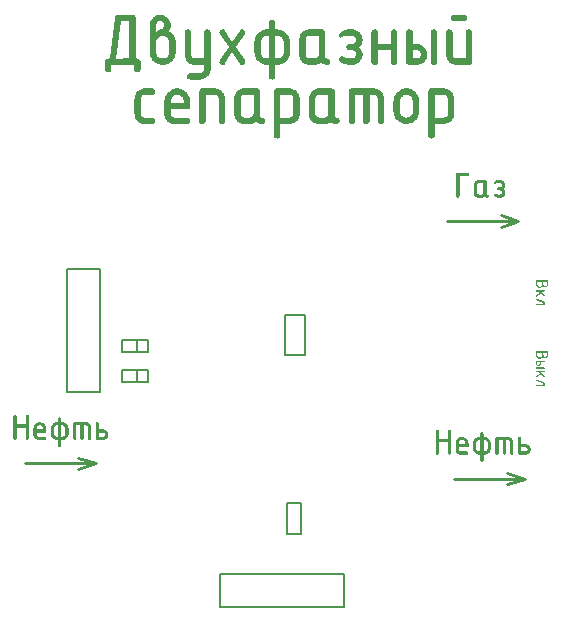
<source format=gto>
G04 Layer_Color=65535*
%FSLAX44Y44*%
%MOMM*%
G71*
G01*
G75*
%ADD23C,0.2000*%
%ADD24C,0.2540*%
G36*
X335493Y554992D02*
X336352Y554836D01*
X337368Y554524D01*
X338383Y554055D01*
X339476Y553352D01*
X340492Y552493D01*
X340570Y552415D01*
X340882Y552024D01*
X341351Y551478D01*
X341819Y550775D01*
X342288Y549837D01*
X342757Y548744D01*
X343069Y547572D01*
X343147Y546245D01*
Y546166D01*
Y546010D01*
Y545776D01*
X343069Y545463D01*
X342991Y544683D01*
X342757Y543667D01*
X342444Y542652D01*
X341898Y541636D01*
X341195Y540699D01*
X340257Y539996D01*
X340414Y539918D01*
X340726Y539684D01*
X341195Y539293D01*
X341741Y538668D01*
X342210Y537809D01*
X342679Y536794D01*
X342991Y535466D01*
X343147Y533826D01*
Y533748D01*
Y533670D01*
Y533201D01*
X342991Y532498D01*
X342835Y531639D01*
X342522Y530702D01*
X342054Y529608D01*
X341351Y528593D01*
X340492Y527578D01*
X340414Y527499D01*
X340023Y527187D01*
X339476Y526796D01*
X338773Y526328D01*
X337836Y525781D01*
X336743Y525391D01*
X335493Y525078D01*
X334165Y525000D01*
X331666D01*
X331197Y525078D01*
X330572Y525156D01*
X329713Y525312D01*
X328854Y525469D01*
X327761Y525781D01*
X326667Y526172D01*
X326511Y526250D01*
X326120Y526406D01*
X325574Y526718D01*
X324949Y527109D01*
X324324Y527578D01*
X323777Y528202D01*
X323387Y528827D01*
X323309Y529218D01*
X323231Y529608D01*
Y529686D01*
Y529764D01*
X323309Y530155D01*
X323465Y530702D01*
X323777Y531405D01*
Y531483D01*
X323855Y531561D01*
X324246Y531951D01*
X324715Y532264D01*
X325027Y532342D01*
X325417Y532420D01*
X325495D01*
X325652Y532342D01*
X325808Y532264D01*
X326199Y532186D01*
X326667Y532029D01*
X327292Y531717D01*
X328073Y531405D01*
X328151Y531326D01*
X328464Y531248D01*
X328932Y531092D01*
X329479Y530936D01*
X330807Y530545D01*
X331432Y530467D01*
X332056Y530389D01*
X334399D01*
X334634Y530467D01*
X335024Y530545D01*
X335805Y530858D01*
X336196Y531092D01*
X336586Y531405D01*
X336665Y531483D01*
X336743Y531561D01*
X336899Y531795D01*
X337133Y532108D01*
X337524Y532889D01*
X337602Y533357D01*
X337680Y533826D01*
Y533904D01*
Y534138D01*
X337602Y534373D01*
Y534763D01*
X337289Y535622D01*
X337055Y536013D01*
X336743Y536403D01*
X336586Y536559D01*
X336196Y536794D01*
X335493Y537106D01*
X334634Y537341D01*
X331822D01*
X331353Y537497D01*
X330729Y537731D01*
X330182Y538122D01*
X330026Y538278D01*
X329791Y538668D01*
X329557Y539215D01*
X329401Y539996D01*
Y540074D01*
Y540152D01*
X329479Y540621D01*
X329713Y541246D01*
X330182Y541871D01*
X330260Y541949D01*
X330338Y542027D01*
X330494Y542183D01*
X330807Y542339D01*
X331119Y542495D01*
X331588Y542574D01*
X332056Y542730D01*
X334243D01*
X334556Y542808D01*
X335024Y542886D01*
X335883Y543120D01*
X336352Y543355D01*
X336743Y543667D01*
X336821Y543745D01*
X336899Y543823D01*
X337055Y544058D01*
X337211Y544370D01*
X337524Y545151D01*
X337680Y545698D01*
Y546245D01*
Y546323D01*
Y546479D01*
X337602Y546713D01*
X337524Y547104D01*
X337289Y547885D01*
X336977Y548275D01*
X336665Y548666D01*
X336586Y548744D01*
X336508Y548822D01*
X336274Y548978D01*
X335962Y549212D01*
X335181Y549603D01*
X334712Y549681D01*
X334165Y549759D01*
X331432D01*
X330963Y549681D01*
X330416D01*
X329791Y549603D01*
X329010Y549447D01*
X328229Y549291D01*
X328151D01*
X327917Y549212D01*
X327526Y549134D01*
X327058Y549056D01*
X326120Y548666D01*
X325730Y548510D01*
X325417Y548275D01*
X325339D01*
X325261Y548197D01*
X324871Y548119D01*
X324558Y548041D01*
X324324Y548119D01*
X324011Y548275D01*
X323777Y548588D01*
Y548666D01*
X323699Y548744D01*
X323543Y549212D01*
X323309Y549837D01*
X323231Y550462D01*
Y550540D01*
X323309Y550775D01*
X323465Y551165D01*
X323699Y551634D01*
X324168Y552180D01*
X324793Y552805D01*
X325730Y553430D01*
X326355Y553665D01*
X326979Y553977D01*
X327136Y554055D01*
X327448Y554133D01*
X327995Y554367D01*
X328698Y554602D01*
X329479Y554758D01*
X330338Y554992D01*
X331197Y555070D01*
X332056Y555149D01*
X334790D01*
X335493Y554992D01*
D02*
G37*
G36*
X433515Y555070D02*
X433905Y554992D01*
X434452Y554836D01*
X434999Y554446D01*
X435389Y553977D01*
X435702Y553352D01*
X435858Y552415D01*
Y527656D01*
Y527578D01*
X435780Y527265D01*
X435702Y526796D01*
X435546Y526328D01*
X435155Y525859D01*
X434686Y525391D01*
X433983Y525078D01*
X433046Y525000D01*
X422580D01*
X422111Y525078D01*
X421409Y525156D01*
X420549Y525312D01*
X419534Y525625D01*
X418519Y526093D01*
X417425Y526640D01*
X416410Y527499D01*
X416332Y527656D01*
X416019Y527968D01*
X415629Y528515D01*
X415160Y529296D01*
X414691Y530155D01*
X414301Y531248D01*
X413988Y532498D01*
X413910Y533826D01*
Y552415D01*
Y552571D01*
X413988Y552883D01*
X414067Y553274D01*
X414223Y553821D01*
X414535Y554289D01*
X415004Y554758D01*
X415707Y555070D01*
X416566Y555149D01*
X416722D01*
X417035Y555070D01*
X417425Y554992D01*
X417972Y554836D01*
X418519Y554446D01*
X418909Y553977D01*
X419221Y553352D01*
X419378Y552415D01*
Y533826D01*
Y533748D01*
Y533591D01*
X419456Y533357D01*
X419534Y532967D01*
X419846Y532186D01*
X420081Y531795D01*
X420393Y531405D01*
X420471Y531326D01*
X420549Y531248D01*
X420784Y531092D01*
X421096Y530936D01*
X421799Y530545D01*
X422268Y530467D01*
X422736Y530389D01*
X430391D01*
Y552415D01*
Y552571D01*
X430469Y552883D01*
X430547Y553274D01*
X430703Y553821D01*
X431015Y554289D01*
X431484Y554758D01*
X432187Y555070D01*
X433046Y555149D01*
X433202D01*
X433515Y555070D01*
D02*
G37*
G36*
X370250D02*
X370640Y554992D01*
X371187Y554836D01*
X371734Y554446D01*
X372124Y553977D01*
X372437Y553352D01*
X372593Y552415D01*
Y527656D01*
Y527578D01*
X372515Y527265D01*
X372437Y526796D01*
X372280Y526328D01*
X371890Y525859D01*
X371421Y525391D01*
X370718Y525078D01*
X369781Y525000D01*
X369703D01*
X369390Y525078D01*
X368922Y525156D01*
X368453Y525312D01*
X367985Y525625D01*
X367516Y526093D01*
X367204Y526796D01*
X367126Y527656D01*
Y537419D01*
X356113D01*
Y527656D01*
Y527578D01*
X356035Y527265D01*
X355956Y526796D01*
X355800Y526328D01*
X355410Y525859D01*
X354941Y525391D01*
X354238Y525078D01*
X353301Y525000D01*
X353223D01*
X352910Y525078D01*
X352442Y525156D01*
X351973Y525312D01*
X351505Y525625D01*
X351036Y526093D01*
X350723Y526796D01*
X350645Y527656D01*
Y552415D01*
Y552571D01*
X350723Y552883D01*
X350802Y553274D01*
X350958Y553821D01*
X351270Y554289D01*
X351739Y554758D01*
X352442Y555070D01*
X353301Y555149D01*
X353457D01*
X353769Y555070D01*
X354160Y554992D01*
X354707Y554836D01*
X355253Y554446D01*
X355644Y553977D01*
X355956Y553352D01*
X356113Y552415D01*
Y542808D01*
X367126D01*
Y552415D01*
Y552571D01*
X367204Y552883D01*
X367282Y553274D01*
X367438Y553821D01*
X367750Y554289D01*
X368219Y554758D01*
X368922Y555070D01*
X369781Y555149D01*
X369937D01*
X370250Y555070D01*
D02*
G37*
G36*
X383293D02*
X383684Y554992D01*
X384230Y554836D01*
X384777Y554446D01*
X385168Y553977D01*
X385480Y553352D01*
X385636Y552415D01*
Y542808D01*
X389620D01*
X390323Y542652D01*
X391182Y542495D01*
X392197Y542183D01*
X393213Y541715D01*
X394306Y541012D01*
X395321Y540152D01*
X395400Y540074D01*
X395712Y539684D01*
X396181Y539137D01*
X396649Y538434D01*
X397118Y537497D01*
X397587Y536403D01*
X397899Y535232D01*
X397977Y533904D01*
Y533826D01*
Y533748D01*
Y533279D01*
X397821Y532576D01*
X397665Y531717D01*
X397352Y530702D01*
X396884Y529686D01*
X396181Y528593D01*
X395321Y527578D01*
X395243Y527499D01*
X394853Y527187D01*
X394306Y526796D01*
X393603Y526328D01*
X392666Y525781D01*
X391572Y525391D01*
X390323Y525078D01*
X388995Y525000D01*
X382747D01*
X382434Y525078D01*
X381965Y525156D01*
X381497Y525312D01*
X381028Y525625D01*
X380560Y526093D01*
X380247Y526796D01*
X380169Y527656D01*
Y552415D01*
Y552571D01*
X380247Y552883D01*
X380325Y553274D01*
X380481Y553821D01*
X380794Y554289D01*
X381263Y554758D01*
X381965Y555070D01*
X382825Y555149D01*
X382981D01*
X383293Y555070D01*
D02*
G37*
G36*
X403913D02*
X404304Y554992D01*
X404850Y554836D01*
X405397Y554446D01*
X405788Y553977D01*
X406100Y553352D01*
X406256Y552415D01*
Y527656D01*
Y527578D01*
X406178Y527265D01*
X406100Y526796D01*
X405944Y526328D01*
X405553Y525859D01*
X405084Y525391D01*
X404382Y525078D01*
X403444Y525000D01*
X403366D01*
X403054Y525078D01*
X402585Y525156D01*
X402117Y525312D01*
X401648Y525625D01*
X401179Y526093D01*
X400867Y526796D01*
X400789Y527656D01*
Y552415D01*
Y552571D01*
X400867Y552883D01*
X400945Y553274D01*
X401101Y553821D01*
X401414Y554289D01*
X401882Y554758D01*
X402585Y555070D01*
X403444Y555149D01*
X403601D01*
X403913Y555070D01*
D02*
G37*
G36*
X212087D02*
X212478Y554992D01*
X213024Y554836D01*
X213571Y554446D01*
X213962Y553977D01*
X214274Y553352D01*
X214430Y552415D01*
Y521485D01*
Y521407D01*
Y521329D01*
Y520860D01*
X214274Y520158D01*
X214118Y519298D01*
X213805Y518361D01*
X213337Y517268D01*
X212712Y516252D01*
X211853Y515237D01*
X211775Y515159D01*
X211384Y514846D01*
X210837Y514378D01*
X210135Y513909D01*
X209197Y513441D01*
X208104Y512972D01*
X206854Y512659D01*
X205526Y512581D01*
X197091D01*
X196779Y512659D01*
X196310Y512738D01*
X195841Y512894D01*
X195373Y513284D01*
X194904Y513753D01*
X194592Y514378D01*
X194513Y515315D01*
Y515393D01*
Y515471D01*
X194592Y515940D01*
X194826Y516565D01*
X195294Y517189D01*
X195373D01*
X195451Y517346D01*
X195841Y517580D01*
X196466Y517814D01*
X197169Y517971D01*
X205683D01*
X205995Y518049D01*
X206307Y518127D01*
X207167Y518439D01*
X207557Y518674D01*
X207948Y518986D01*
X208026Y519064D01*
X208104Y519142D01*
X208260Y519376D01*
X208494Y519689D01*
X208807Y520470D01*
X208885Y520938D01*
X208963Y521485D01*
Y525000D01*
X201152D01*
X200684Y525078D01*
X199981Y525156D01*
X199122Y525312D01*
X198106Y525625D01*
X197091Y526093D01*
X195997Y526718D01*
X194982Y527578D01*
X194904Y527734D01*
X194592Y528046D01*
X194201Y528593D01*
X193732Y529296D01*
X193264Y530233D01*
X192873Y531326D01*
X192561Y532498D01*
X192483Y533826D01*
Y552415D01*
Y552571D01*
X192561Y552883D01*
X192639Y553274D01*
X192795Y553821D01*
X193108Y554289D01*
X193576Y554758D01*
X194279Y555070D01*
X195138Y555149D01*
X195294D01*
X195607Y555070D01*
X195997Y554992D01*
X196544Y554836D01*
X197091Y554446D01*
X197481Y553977D01*
X197794Y553352D01*
X197950Y552415D01*
Y533826D01*
Y533748D01*
Y533591D01*
X198028Y533357D01*
X198106Y532967D01*
X198419Y532186D01*
X198653Y531795D01*
X198965Y531405D01*
X199044Y531326D01*
X199122Y531248D01*
X199356Y531092D01*
X199668Y530936D01*
X200371Y530545D01*
X200840Y530467D01*
X201309Y530389D01*
X208963D01*
Y552415D01*
Y552571D01*
X209041Y552883D01*
X209119Y553274D01*
X209275Y553821D01*
X209588Y554289D01*
X210056Y554758D01*
X210759Y555070D01*
X211618Y555149D01*
X211775D01*
X212087Y555070D01*
D02*
G37*
G36*
X241611D02*
X242001Y554992D01*
X242548Y554836D01*
X243095Y554446D01*
X243485Y553977D01*
X243798Y553352D01*
X243954Y552415D01*
Y552259D01*
X243876Y551946D01*
X243798Y551399D01*
X243485Y550853D01*
X236143Y539996D01*
X243485Y529140D01*
X243563Y528983D01*
X243720Y528671D01*
X243876Y528202D01*
X243954Y527656D01*
Y527578D01*
X243876Y527265D01*
X243798Y526796D01*
X243641Y526328D01*
X243251Y525859D01*
X242782Y525391D01*
X242079Y525078D01*
X241142Y525000D01*
X240908D01*
X240674Y525078D01*
X240361D01*
X239736Y525391D01*
X239424Y525547D01*
X239189Y525859D01*
X232941Y535700D01*
X226927Y526172D01*
Y526093D01*
X226771Y526015D01*
X226380Y525625D01*
X225677Y525156D01*
X225209Y525078D01*
X224662Y525000D01*
X224506D01*
X224037Y525078D01*
X223412Y525312D01*
X222787Y525781D01*
X222631Y525937D01*
X222397Y526328D01*
X222163Y526875D01*
X222006Y527656D01*
Y527812D01*
X222085Y528124D01*
X222163Y528593D01*
X222397Y529140D01*
X229817Y539996D01*
X222397Y550931D01*
X222319Y551087D01*
X222241Y551399D01*
X222085Y551868D01*
X222006Y552415D01*
Y552571D01*
X222085Y552883D01*
X222163Y553274D01*
X222319Y553821D01*
X222631Y554289D01*
X223100Y554758D01*
X223803Y555070D01*
X224662Y555149D01*
X224896D01*
X225209Y555070D01*
X225521Y554992D01*
X225834Y554836D01*
X226224Y554602D01*
X226615Y554289D01*
X226927Y553899D01*
X232941Y544370D01*
X238955Y553899D01*
Y553977D01*
X239111Y554133D01*
X239502Y554524D01*
X240205Y554992D01*
X240674Y555070D01*
X241142Y555149D01*
X241298D01*
X241611Y555070D01*
D02*
G37*
G36*
X466917Y209991D02*
X467347Y209913D01*
X467854Y209757D01*
X468362Y209523D01*
X468908Y209171D01*
X469416Y208742D01*
X469455Y208703D01*
X469611Y208508D01*
X469845Y208235D01*
X470079Y207883D01*
X470314Y207415D01*
X470548Y206868D01*
X470704Y206283D01*
X470743Y205619D01*
Y196327D01*
Y196288D01*
X470704Y196132D01*
X470665Y195898D01*
X470587Y195664D01*
X470392Y195429D01*
X470157Y195195D01*
X469806Y195039D01*
X469338Y195000D01*
X469299D01*
X469142Y195039D01*
X468908Y195078D01*
X468674Y195156D01*
X468440Y195312D01*
X468205Y195546D01*
X468049Y195898D01*
X468010Y196327D01*
Y205619D01*
Y205658D01*
Y205736D01*
X467971Y205892D01*
X467932Y206048D01*
X467776Y206478D01*
X467659Y206673D01*
X467464Y206868D01*
X467425Y206907D01*
X467386Y206946D01*
X467268Y207024D01*
X467112Y207141D01*
X466722Y207297D01*
X466527Y207337D01*
X466253Y207376D01*
X464536D01*
Y196327D01*
Y196288D01*
X464497Y196132D01*
X464458Y195898D01*
X464380Y195664D01*
X464184Y195429D01*
X463950Y195195D01*
X463599Y195039D01*
X463130Y195000D01*
X463091D01*
X462935Y195039D01*
X462701Y195078D01*
X462467Y195156D01*
X462232Y195312D01*
X461998Y195546D01*
X461842Y195898D01*
X461803Y196327D01*
Y207376D01*
X458328D01*
Y196327D01*
Y196288D01*
X458289Y196132D01*
X458250Y195898D01*
X458172Y195664D01*
X457977Y195429D01*
X457743Y195195D01*
X457391Y195039D01*
X456923Y195000D01*
X456884D01*
X456728Y195039D01*
X456493Y195078D01*
X456259Y195156D01*
X456025Y195312D01*
X455791Y195546D01*
X455635Y195898D01*
X455596Y196327D01*
Y208703D01*
Y208781D01*
X455635Y208937D01*
X455674Y209132D01*
X455752Y209406D01*
X455908Y209640D01*
X456142Y209874D01*
X456493Y210030D01*
X456923Y210069D01*
X466566D01*
X466917Y209991D01*
D02*
G37*
G36*
X476130Y210030D02*
X476326Y209991D01*
X476599Y209913D01*
X476872Y209718D01*
X477067Y209484D01*
X477224Y209171D01*
X477302Y208703D01*
Y203901D01*
X481362D01*
X481713Y203823D01*
X482143Y203745D01*
X482650Y203589D01*
X483158Y203354D01*
X483704Y203003D01*
X484212Y202574D01*
X484251Y202535D01*
X484407Y202339D01*
X484641Y202066D01*
X484875Y201715D01*
X485110Y201246D01*
X485344Y200700D01*
X485500Y200114D01*
X485539Y199450D01*
Y199412D01*
Y199372D01*
Y199138D01*
X485461Y198787D01*
X485383Y198357D01*
X485227Y197850D01*
X484993Y197342D01*
X484641Y196796D01*
X484212Y196288D01*
X484173Y196249D01*
X483978Y196093D01*
X483704Y195898D01*
X483353Y195664D01*
X482884Y195390D01*
X482338Y195195D01*
X481713Y195039D01*
X481049Y195000D01*
X475857D01*
X475701Y195039D01*
X475467Y195078D01*
X475233Y195156D01*
X474998Y195312D01*
X474764Y195546D01*
X474608Y195898D01*
X474569Y196327D01*
Y208703D01*
Y208781D01*
X474608Y208937D01*
X474647Y209132D01*
X474725Y209406D01*
X474881Y209640D01*
X475116Y209874D01*
X475467Y210030D01*
X475896Y210069D01*
X475974D01*
X476130Y210030D01*
D02*
G37*
G36*
X416868Y216238D02*
X417063Y216199D01*
X417337Y216120D01*
X417610Y215925D01*
X417805Y215691D01*
X417961Y215379D01*
X418039Y214910D01*
Y196327D01*
Y196288D01*
X418000Y196132D01*
X417961Y195898D01*
X417883Y195664D01*
X417688Y195429D01*
X417454Y195195D01*
X417102Y195039D01*
X416634Y195000D01*
X416595D01*
X416439Y195039D01*
X416204Y195078D01*
X415970Y195156D01*
X415736Y195312D01*
X415502Y195546D01*
X415345Y195898D01*
X415307Y196327D01*
Y205306D01*
X407733D01*
Y196327D01*
Y196288D01*
X407694Y196132D01*
X407655Y195898D01*
X407577Y195664D01*
X407381Y195429D01*
X407147Y195195D01*
X406796Y195039D01*
X406327Y195000D01*
X406288D01*
X406132Y195039D01*
X405898Y195078D01*
X405664Y195156D01*
X405429Y195312D01*
X405195Y195546D01*
X405039Y195898D01*
X405000Y196327D01*
Y214910D01*
Y214988D01*
X405039Y215145D01*
X405078Y215340D01*
X405156Y215613D01*
X405312Y215847D01*
X405547Y216082D01*
X405898Y216238D01*
X406327Y216277D01*
X406405D01*
X406562Y216238D01*
X406757Y216199D01*
X407030Y216120D01*
X407303Y215925D01*
X407499Y215691D01*
X407655Y215379D01*
X407733Y214910D01*
Y208000D01*
X415307D01*
Y214910D01*
Y214988D01*
X415345Y215145D01*
X415385Y215340D01*
X415463Y215613D01*
X415619Y215847D01*
X415853Y216082D01*
X416204Y216238D01*
X416634Y216277D01*
X416712D01*
X416868Y216238D01*
D02*
G37*
G36*
X429375Y567489D02*
X429766Y567411D01*
X430312Y567255D01*
X430859Y566864D01*
X431250Y566396D01*
X431562Y565771D01*
X431718Y564833D01*
Y564755D01*
X431640Y564443D01*
X431562Y563974D01*
X431406Y563506D01*
X431015Y563037D01*
X430547Y562569D01*
X429844Y562256D01*
X428907Y562178D01*
X420627D01*
X420315Y562256D01*
X419846Y562334D01*
X419378Y562490D01*
X418831Y562803D01*
X418441Y563271D01*
X418128Y563974D01*
X417972Y564833D01*
Y564990D01*
X418050Y565302D01*
X418128Y565693D01*
X418284Y566239D01*
X418675Y566708D01*
X419143Y567177D01*
X419768Y567489D01*
X420705Y567567D01*
X429063D01*
X429375Y567489D01*
D02*
G37*
G36*
X444391Y214168D02*
X444586Y214130D01*
X444860Y214051D01*
X445133Y213856D01*
X445328Y213622D01*
X445484Y213310D01*
X445562Y212841D01*
Y210069D01*
X445875D01*
X446187Y210030D01*
X446616D01*
X447046Y209952D01*
X447514Y209874D01*
X447983Y209796D01*
X448373Y209640D01*
X448451Y209601D01*
X448647Y209523D01*
X448920Y209367D01*
X449271Y209171D01*
X449661Y208859D01*
X450052Y208508D01*
X450481Y208117D01*
X450833Y207610D01*
X450872Y207532D01*
X450989Y207376D01*
X451145Y207102D01*
X451301Y206712D01*
X451457Y206283D01*
X451614Y205775D01*
X451731Y205189D01*
X451770Y204604D01*
Y200466D01*
Y200427D01*
Y200348D01*
Y200231D01*
X451731Y200075D01*
X451692Y199685D01*
X451575Y199138D01*
X451379Y198514D01*
X451067Y197889D01*
X450677Y197225D01*
X450130Y196601D01*
X450052Y196523D01*
X449857Y196366D01*
X449505Y196093D01*
X449037Y195820D01*
X448490Y195508D01*
X447827Y195234D01*
X447046Y195078D01*
X446226Y195000D01*
X445562D01*
Y190159D01*
Y190120D01*
X445523Y189964D01*
X445484Y189730D01*
X445406Y189495D01*
X445211Y189222D01*
X444977Y189027D01*
X444625Y188871D01*
X444157Y188793D01*
X444118D01*
X443962Y188832D01*
X443727Y188871D01*
X443493Y188949D01*
X443259Y189144D01*
X443025Y189378D01*
X442869Y189691D01*
X442830Y190159D01*
Y195000D01*
X441854D01*
X441697Y195039D01*
X441307Y195078D01*
X440760Y195195D01*
X440136Y195390D01*
X439511Y195664D01*
X438848Y196054D01*
X438223Y196562D01*
X438145Y196640D01*
X437989Y196835D01*
X437715Y197186D01*
X437442Y197655D01*
X437130Y198201D01*
X436856Y198904D01*
X436700Y199646D01*
X436622Y200466D01*
Y204565D01*
Y204604D01*
Y204682D01*
Y204799D01*
X436661Y204955D01*
X436700Y205385D01*
X436817Y205931D01*
X437013Y206517D01*
X437286Y207180D01*
X437676Y207844D01*
X438223Y208469D01*
X438301Y208547D01*
X438496Y208703D01*
X438848Y208976D01*
X439316Y209289D01*
X439863Y209562D01*
X440526Y209835D01*
X441268Y209991D01*
X442088Y210069D01*
X442830D01*
Y212841D01*
Y212919D01*
X442869Y213075D01*
X442908Y213271D01*
X442986Y213544D01*
X443142Y213778D01*
X443376Y214012D01*
X443727Y214168D01*
X444157Y214208D01*
X444235D01*
X444391Y214168D01*
D02*
G37*
G36*
X427721Y210030D02*
X428151Y209991D01*
X428697Y209874D01*
X429283Y209679D01*
X429946Y209406D01*
X430610Y209015D01*
X431235Y208469D01*
X431313Y208391D01*
X431469Y208195D01*
X431742Y207844D01*
X432055Y207376D01*
X432328Y206829D01*
X432601Y206165D01*
X432757Y205424D01*
X432835Y204604D01*
Y201207D01*
X424598D01*
Y199450D01*
Y199412D01*
Y199333D01*
X424637Y199177D01*
X424676Y199021D01*
X424832Y198631D01*
X424949Y198396D01*
X425106Y198201D01*
X425145Y198162D01*
X425184Y198123D01*
X425301Y198045D01*
X425457Y197967D01*
X425808Y197772D01*
X426043Y197733D01*
X426277Y197694D01*
X431508D01*
X431664Y197655D01*
X431859Y197616D01*
X432133Y197538D01*
X432406Y197342D01*
X432601Y197108D01*
X432757Y196796D01*
X432835Y196327D01*
Y196288D01*
X432796Y196132D01*
X432757Y195898D01*
X432679Y195664D01*
X432484Y195429D01*
X432250Y195195D01*
X431898Y195039D01*
X431430Y195000D01*
X426199D01*
X425964Y195039D01*
X425613Y195078D01*
X425184Y195156D01*
X424676Y195312D01*
X424169Y195546D01*
X423622Y195820D01*
X423115Y196249D01*
X423075Y196327D01*
X422919Y196483D01*
X422724Y196757D01*
X422490Y197147D01*
X422256Y197577D01*
X422060Y198123D01*
X421904Y198748D01*
X421865Y199412D01*
Y204565D01*
Y204604D01*
Y204682D01*
Y204799D01*
X421904Y204955D01*
X421943Y205385D01*
X422060Y205931D01*
X422256Y206517D01*
X422529Y207180D01*
X422919Y207844D01*
X423427Y208469D01*
X423505Y208547D01*
X423700Y208703D01*
X424051Y208976D01*
X424520Y209289D01*
X425066Y209562D01*
X425769Y209835D01*
X426511Y209991D01*
X427331Y210069D01*
X427565D01*
X427721Y210030D01*
D02*
G37*
G36*
X187022Y505070D02*
X187881Y504992D01*
X188974Y504758D01*
X190146Y504367D01*
X191474Y503821D01*
X192801Y503040D01*
X194051Y501946D01*
X194207Y501790D01*
X194520Y501399D01*
X195067Y500696D01*
X195691Y499759D01*
X196238Y498666D01*
X196785Y497338D01*
X197097Y495854D01*
X197253Y494214D01*
Y487419D01*
X180773D01*
Y483904D01*
Y483826D01*
Y483670D01*
X180851Y483357D01*
X180930Y483045D01*
X181242Y482264D01*
X181476Y481795D01*
X181789Y481405D01*
X181867Y481326D01*
X181945Y481248D01*
X182179Y481092D01*
X182492Y480936D01*
X183195Y480545D01*
X183663Y480467D01*
X184132Y480389D01*
X194598D01*
X194910Y480311D01*
X195301Y480233D01*
X195848Y480077D01*
X196394Y479686D01*
X196785Y479218D01*
X197097Y478593D01*
X197253Y477656D01*
Y477578D01*
X197175Y477265D01*
X197097Y476796D01*
X196941Y476328D01*
X196551Y475859D01*
X196082Y475391D01*
X195379Y475078D01*
X194442Y475000D01*
X183976D01*
X183507Y475078D01*
X182804Y475156D01*
X181945Y475312D01*
X180930Y475625D01*
X179914Y476093D01*
X178821Y476640D01*
X177805Y477499D01*
X177727Y477656D01*
X177415Y477968D01*
X177024Y478515D01*
X176556Y479296D01*
X176087Y480155D01*
X175697Y481248D01*
X175384Y482498D01*
X175306Y483826D01*
Y494136D01*
Y494214D01*
Y494370D01*
Y494604D01*
X175384Y494917D01*
X175462Y495776D01*
X175697Y496869D01*
X176087Y498041D01*
X176634Y499369D01*
X177415Y500696D01*
X178430Y501946D01*
X178586Y502102D01*
X178977Y502415D01*
X179680Y502962D01*
X180617Y503586D01*
X181711Y504133D01*
X183116Y504680D01*
X184601Y504992D01*
X186241Y505149D01*
X186709D01*
X187022Y505070D01*
D02*
G37*
G36*
X219123Y504992D02*
X219982Y504836D01*
X220997Y504524D01*
X222013Y504055D01*
X223106Y503352D01*
X224122Y502493D01*
X224200Y502415D01*
X224512Y502024D01*
X224981Y501478D01*
X225449Y500775D01*
X225918Y499837D01*
X226387Y498744D01*
X226699Y497572D01*
X226777Y496245D01*
Y477656D01*
Y477578D01*
X226699Y477265D01*
X226621Y476796D01*
X226465Y476328D01*
X226074Y475859D01*
X225606Y475391D01*
X224903Y475078D01*
X223965Y475000D01*
X223887D01*
X223575Y475078D01*
X223106Y475156D01*
X222638Y475312D01*
X222169Y475625D01*
X221700Y476093D01*
X221388Y476796D01*
X221310Y477656D01*
Y496245D01*
Y496323D01*
Y496479D01*
X221232Y496791D01*
X221154Y497104D01*
X220919Y497963D01*
X220607Y498353D01*
X220294Y498744D01*
X220216Y498822D01*
X220138Y498900D01*
X219904Y499056D01*
X219592Y499291D01*
X218811Y499603D01*
X218342Y499681D01*
X217795Y499759D01*
X210297D01*
Y477656D01*
Y477578D01*
X210219Y477265D01*
X210141Y476796D01*
X209985Y476328D01*
X209594Y475859D01*
X209125Y475391D01*
X208423Y475078D01*
X207485Y475000D01*
X207407D01*
X207095Y475078D01*
X206626Y475156D01*
X206157Y475312D01*
X205689Y475625D01*
X205220Y476093D01*
X204908Y476796D01*
X204830Y477656D01*
Y502415D01*
Y502571D01*
X204908Y502883D01*
X204986Y503274D01*
X205142Y503821D01*
X205455Y504289D01*
X205923Y504758D01*
X206626Y505070D01*
X207485Y505149D01*
X218420D01*
X219123Y504992D01*
D02*
G37*
G36*
X253958Y505070D02*
X254348Y504992D01*
X254895Y504836D01*
X255442Y504446D01*
X255832Y503977D01*
X256145Y503352D01*
X256301Y502415D01*
Y481795D01*
Y481717D01*
Y481561D01*
X256379Y481326D01*
X256535Y481092D01*
X256770Y480780D01*
X257160Y480545D01*
X257629Y480389D01*
X258332Y480311D01*
X258644D01*
X259035Y480155D01*
X259425Y479999D01*
X259737Y479686D01*
X260128Y479218D01*
X260362Y478515D01*
X260441Y477656D01*
Y477578D01*
X260362Y477265D01*
X260284Y476796D01*
X260128Y476328D01*
X259737Y475859D01*
X259269Y475391D01*
X258566Y475078D01*
X257629Y475000D01*
X257082D01*
X256535Y475156D01*
X255832Y475312D01*
X255129Y475547D01*
X254270Y475937D01*
X253567Y476484D01*
X252864Y477187D01*
X252786Y477109D01*
X252474Y476875D01*
X252083Y476484D01*
X251458Y476093D01*
X250677Y475703D01*
X249740Y475312D01*
X248568Y475078D01*
X247319Y475000D01*
X243023D01*
X242554Y475078D01*
X241852Y475156D01*
X240992Y475312D01*
X239977Y475625D01*
X238962Y476093D01*
X237868Y476640D01*
X236853Y477499D01*
X236775Y477656D01*
X236462Y477968D01*
X236072Y478515D01*
X235603Y479296D01*
X235135Y480155D01*
X234744Y481248D01*
X234431Y482498D01*
X234353Y483826D01*
Y496245D01*
Y496323D01*
Y496401D01*
X234431Y496869D01*
X234510Y497572D01*
X234666Y498432D01*
X234978Y499447D01*
X235447Y500462D01*
X235994Y501556D01*
X236853Y502571D01*
X237009Y502649D01*
X237321Y502962D01*
X237868Y503352D01*
X238649Y503899D01*
X239508Y504367D01*
X240602Y504758D01*
X241852Y505070D01*
X243179Y505149D01*
X253645D01*
X253958Y505070D01*
D02*
G37*
G36*
X282388Y504992D02*
X283247Y504836D01*
X284263Y504524D01*
X285278Y504055D01*
X286371Y503352D01*
X287387Y502493D01*
X287465Y502415D01*
X287777Y502024D01*
X288246Y501478D01*
X288715Y500775D01*
X289183Y499837D01*
X289652Y498744D01*
X289964Y497572D01*
X290042Y496245D01*
Y483826D01*
Y483748D01*
Y483670D01*
Y483201D01*
X289886Y482498D01*
X289730Y481639D01*
X289417Y480702D01*
X288949Y479608D01*
X288246Y478593D01*
X287387Y477578D01*
X287309Y477499D01*
X286918Y477187D01*
X286371Y476796D01*
X285668Y476328D01*
X284731Y475781D01*
X283638Y475391D01*
X282388Y475078D01*
X281060Y475000D01*
X273562D01*
Y465315D01*
Y465237D01*
X273484Y464924D01*
X273406Y464456D01*
X273250Y463987D01*
X272859Y463440D01*
X272390Y463050D01*
X271688Y462738D01*
X270750Y462581D01*
X270672D01*
X270360Y462659D01*
X269891Y462738D01*
X269422Y462894D01*
X268954Y463284D01*
X268485Y463753D01*
X268173Y464378D01*
X268095Y465315D01*
Y502415D01*
Y502571D01*
X268173Y502883D01*
X268251Y503274D01*
X268407Y503821D01*
X268720Y504289D01*
X269188Y504758D01*
X269891Y505070D01*
X270750Y505149D01*
X281685D01*
X282388Y504992D01*
D02*
G37*
G36*
X413136D02*
X413995Y504836D01*
X415010Y504524D01*
X416026Y504055D01*
X417119Y503352D01*
X418134Y502493D01*
X418213Y502415D01*
X418525Y502024D01*
X418994Y501478D01*
X419462Y500775D01*
X419931Y499837D01*
X420400Y498744D01*
X420712Y497572D01*
X420790Y496245D01*
Y483826D01*
Y483748D01*
Y483670D01*
Y483201D01*
X420634Y482498D01*
X420478Y481639D01*
X420165Y480702D01*
X419697Y479608D01*
X418994Y478593D01*
X418134Y477578D01*
X418056Y477499D01*
X417666Y477187D01*
X417119Y476796D01*
X416416Y476328D01*
X415479Y475781D01*
X414385Y475391D01*
X413136Y475078D01*
X411808Y475000D01*
X404310D01*
Y465315D01*
Y465237D01*
X404232Y464924D01*
X404154Y464456D01*
X403997Y463987D01*
X403607Y463440D01*
X403138Y463050D01*
X402435Y462738D01*
X401498Y462581D01*
X401420D01*
X401108Y462659D01*
X400639Y462738D01*
X400170Y462894D01*
X399702Y463284D01*
X399233Y463753D01*
X398921Y464378D01*
X398843Y465315D01*
Y502415D01*
Y502571D01*
X398921Y502883D01*
X398999Y503274D01*
X399155Y503821D01*
X399467Y504289D01*
X399936Y504758D01*
X400639Y505070D01*
X401498Y505149D01*
X412433D01*
X413136Y504992D01*
D02*
G37*
G36*
X165465Y505070D02*
X165855Y504992D01*
X166402Y504836D01*
X166949Y504446D01*
X167339Y503977D01*
X167652Y503352D01*
X167808Y502415D01*
Y502337D01*
X167730Y502024D01*
X167652Y501556D01*
X167495Y501087D01*
X167105Y500618D01*
X166636Y500150D01*
X166012Y499837D01*
X165074Y499759D01*
X158592D01*
X158357Y499681D01*
X157967Y499603D01*
X157186Y499369D01*
X156795Y499056D01*
X156405Y498744D01*
Y498666D01*
X156248Y498588D01*
X156092Y498353D01*
X155936Y498041D01*
X155624Y497260D01*
X155546Y496791D01*
X155467Y496245D01*
Y483826D01*
Y483748D01*
Y483591D01*
X155546Y483357D01*
X155624Y482967D01*
X155936Y482186D01*
X156170Y481795D01*
X156483Y481405D01*
X156561Y481326D01*
X156639Y481248D01*
X156873Y481092D01*
X157186Y480936D01*
X157889Y480545D01*
X158357Y480467D01*
X158826Y480389D01*
X165231D01*
X165543Y480311D01*
X165933Y480233D01*
X166480Y480077D01*
X166949Y479686D01*
X167417Y479218D01*
X167730Y478593D01*
X167808Y477656D01*
Y477578D01*
X167730Y477265D01*
X167652Y476796D01*
X167495Y476328D01*
X167105Y475859D01*
X166636Y475391D01*
X165933Y475078D01*
X164996Y475000D01*
X158670D01*
X158201Y475078D01*
X157498Y475156D01*
X156639Y475312D01*
X155624Y475625D01*
X154608Y476093D01*
X153515Y476640D01*
X152499Y477499D01*
X152421Y477656D01*
X152109Y477968D01*
X151718Y478515D01*
X151250Y479296D01*
X150781Y480155D01*
X150391Y481248D01*
X150078Y482498D01*
X150000Y483826D01*
Y496245D01*
Y496323D01*
Y496401D01*
X150078Y496869D01*
X150156Y497572D01*
X150312Y498432D01*
X150625Y499447D01*
X151094Y500462D01*
X151640Y501556D01*
X152499Y502571D01*
X152656Y502649D01*
X152968Y502962D01*
X153515Y503352D01*
X154296Y503899D01*
X155155Y504367D01*
X156248Y504758D01*
X157498Y505070D01*
X158826Y505149D01*
X165152D01*
X165465Y505070D01*
D02*
G37*
G36*
X317223D02*
X317613Y504992D01*
X318160Y504836D01*
X318707Y504446D01*
X319097Y503977D01*
X319410Y503352D01*
X319566Y502415D01*
Y481795D01*
Y481717D01*
Y481561D01*
X319644Y481326D01*
X319800Y481092D01*
X320035Y480780D01*
X320425Y480545D01*
X320894Y480389D01*
X321597Y480311D01*
X321909D01*
X322300Y480155D01*
X322690Y479999D01*
X323003Y479686D01*
X323393Y479218D01*
X323627Y478515D01*
X323705Y477656D01*
Y477578D01*
X323627Y477265D01*
X323549Y476796D01*
X323393Y476328D01*
X323003Y475859D01*
X322534Y475391D01*
X321831Y475078D01*
X320894Y475000D01*
X320347D01*
X319800Y475156D01*
X319097Y475312D01*
X318394Y475547D01*
X317535Y475937D01*
X316832Y476484D01*
X316129Y477187D01*
X316051Y477109D01*
X315739Y476875D01*
X315348Y476484D01*
X314723Y476093D01*
X313942Y475703D01*
X313005Y475312D01*
X311834Y475078D01*
X310584Y475000D01*
X306288D01*
X305819Y475078D01*
X305117Y475156D01*
X304257Y475312D01*
X303242Y475625D01*
X302227Y476093D01*
X301133Y476640D01*
X300118Y477499D01*
X300040Y477656D01*
X299727Y477968D01*
X299337Y478515D01*
X298868Y479296D01*
X298400Y480155D01*
X298009Y481248D01*
X297697Y482498D01*
X297619Y483826D01*
Y496245D01*
Y496323D01*
Y496401D01*
X297697Y496869D01*
X297775Y497572D01*
X297931Y498432D01*
X298243Y499447D01*
X298712Y500462D01*
X299259Y501556D01*
X300118Y502571D01*
X300274Y502649D01*
X300586Y502962D01*
X301133Y503352D01*
X301914Y503899D01*
X302773Y504367D01*
X303867Y504758D01*
X305117Y505070D01*
X306444Y505149D01*
X316910D01*
X317223Y505070D01*
D02*
G37*
G36*
X148744Y567489D02*
X149134Y567411D01*
X149681Y567255D01*
X150228Y566864D01*
X150618Y566396D01*
X150931Y565771D01*
X151087Y564833D01*
Y530389D01*
X151946D01*
X152649Y530311D01*
X152962D01*
X153196Y530233D01*
X153274D01*
X153508Y530155D01*
X153821Y529921D01*
X154211Y529686D01*
X154602Y529374D01*
X154914Y528905D01*
X155148Y528358D01*
X155227Y527656D01*
Y521563D01*
Y521485D01*
X155148Y521173D01*
X155070Y520704D01*
X154914Y520236D01*
X154524Y519689D01*
X154055Y519298D01*
X153352Y518986D01*
X152415Y518830D01*
X152337D01*
X152024Y518908D01*
X151556Y518986D01*
X151087Y519142D01*
X150618Y519533D01*
X150150Y520001D01*
X149837Y520626D01*
X149759Y521563D01*
Y525000D01*
X130467D01*
Y521563D01*
Y521485D01*
X130389Y521173D01*
X130311Y520704D01*
X130155Y520236D01*
X129764Y519689D01*
X129296Y519298D01*
X128593Y518986D01*
X127656Y518830D01*
X127577D01*
X127265Y518908D01*
X126796Y518986D01*
X126328Y519142D01*
X125859Y519533D01*
X125391Y520001D01*
X125078Y520626D01*
X125000Y521563D01*
Y527656D01*
Y527734D01*
Y527968D01*
X125078Y528358D01*
X125234Y528749D01*
X125469Y529218D01*
X125781Y529608D01*
X126250Y529999D01*
X126875Y530233D01*
X126953D01*
X127109Y530311D01*
X127656D01*
X128046Y530389D01*
X129140D01*
X133435Y564990D01*
Y565068D01*
X133513Y565380D01*
X133670Y565771D01*
X133904Y566317D01*
X134216Y566786D01*
X134607Y567177D01*
X135232Y567489D01*
X135935Y567567D01*
X148432D01*
X148744Y567489D01*
D02*
G37*
G36*
X173113Y567411D02*
X173972Y567255D01*
X174987Y566942D01*
X176003Y566474D01*
X177096Y565771D01*
X178111Y564912D01*
X178190Y564833D01*
X178502Y564443D01*
X178971Y563896D01*
X179439Y563193D01*
X179908Y562256D01*
X180376Y561163D01*
X180689Y559991D01*
X180767Y558663D01*
Y558507D01*
Y558116D01*
X180689Y557492D01*
X180533Y556789D01*
X180220Y556008D01*
X179908Y555149D01*
X179361Y554446D01*
X178658Y553821D01*
X178814Y553743D01*
X179127Y553665D01*
X179595Y553430D01*
X180220Y553040D01*
X180923Y552571D01*
X181626Y551946D01*
X182407Y551087D01*
X183110Y550150D01*
X183188Y549994D01*
X183423Y549681D01*
X183657Y549134D01*
X184047Y548353D01*
X184360Y547494D01*
X184594Y546479D01*
X184828Y545385D01*
X184907Y544214D01*
Y535935D01*
Y535857D01*
Y535700D01*
Y535466D01*
X184828Y535154D01*
X184750Y534295D01*
X184516Y533201D01*
X184125Y532029D01*
X183501Y530702D01*
X182720Y529374D01*
X181626Y528124D01*
X181470Y527968D01*
X181079Y527656D01*
X180376Y527109D01*
X179439Y526562D01*
X178346Y526015D01*
X177018Y525469D01*
X175534Y525156D01*
X173894Y525000D01*
X173425D01*
X173113Y525078D01*
X172253Y525156D01*
X171160Y525391D01*
X169988Y525781D01*
X168661Y526328D01*
X167333Y527109D01*
X166083Y528124D01*
X165927Y528280D01*
X165615Y528671D01*
X165068Y529374D01*
X164521Y530311D01*
X163974Y531405D01*
X163428Y532811D01*
X163115Y534295D01*
X162959Y535935D01*
Y558663D01*
Y558741D01*
Y558820D01*
X163037Y559288D01*
X163115Y559991D01*
X163272Y560850D01*
X163584Y561866D01*
X164053Y562881D01*
X164677Y563974D01*
X165536Y564990D01*
X165693Y565068D01*
X166005Y565380D01*
X166552Y565771D01*
X167255Y566317D01*
X168192Y566786D01*
X169286Y567177D01*
X170457Y567489D01*
X171785Y567567D01*
X172410D01*
X173113Y567411D01*
D02*
G37*
G36*
X309093Y555070D02*
X309484Y554992D01*
X310031Y554836D01*
X310578Y554446D01*
X310968Y553977D01*
X311280Y553352D01*
X311437Y552415D01*
Y531795D01*
Y531717D01*
Y531561D01*
X311515Y531326D01*
X311671Y531092D01*
X311905Y530780D01*
X312296Y530545D01*
X312764Y530389D01*
X313467Y530311D01*
X313780D01*
X314170Y530155D01*
X314561Y529999D01*
X314873Y529686D01*
X315264Y529218D01*
X315498Y528515D01*
X315576Y527656D01*
Y527578D01*
X315498Y527265D01*
X315420Y526796D01*
X315264Y526328D01*
X314873Y525859D01*
X314405Y525391D01*
X313702Y525078D01*
X312764Y525000D01*
X312218D01*
X311671Y525156D01*
X310968Y525312D01*
X310265Y525547D01*
X309406Y525937D01*
X308703Y526484D01*
X308000Y527187D01*
X307922Y527109D01*
X307610Y526875D01*
X307219Y526484D01*
X306594Y526093D01*
X305813Y525703D01*
X304876Y525312D01*
X303704Y525078D01*
X302455Y525000D01*
X298159D01*
X297690Y525078D01*
X296987Y525156D01*
X296128Y525312D01*
X295113Y525625D01*
X294097Y526093D01*
X293004Y526640D01*
X291989Y527499D01*
X291910Y527656D01*
X291598Y527968D01*
X291207Y528515D01*
X290739Y529296D01*
X290270Y530155D01*
X289880Y531248D01*
X289567Y532498D01*
X289489Y533826D01*
Y546245D01*
Y546323D01*
Y546401D01*
X289567Y546869D01*
X289645Y547572D01*
X289802Y548432D01*
X290114Y549447D01*
X290583Y550462D01*
X291129Y551556D01*
X291989Y552571D01*
X292145Y552649D01*
X292457Y552962D01*
X293004Y553352D01*
X293785Y553899D01*
X294644Y554367D01*
X295737Y554758D01*
X296987Y555070D01*
X298315Y555149D01*
X308781D01*
X309093Y555070D01*
D02*
G37*
G36*
X354010Y504992D02*
X354869Y504836D01*
X355885Y504524D01*
X356900Y504055D01*
X357994Y503352D01*
X359009Y502493D01*
X359087Y502415D01*
X359399Y502024D01*
X359868Y501478D01*
X360337Y500775D01*
X360805Y499837D01*
X361274Y498744D01*
X361586Y497572D01*
X361665Y496245D01*
Y477656D01*
Y477578D01*
X361586Y477265D01*
X361508Y476796D01*
X361352Y476328D01*
X360962Y475859D01*
X360493Y475391D01*
X359790Y475078D01*
X358853Y475000D01*
X358775D01*
X358462Y475078D01*
X357994Y475156D01*
X357525Y475312D01*
X357056Y475625D01*
X356588Y476093D01*
X356275Y476796D01*
X356197Y477656D01*
Y496245D01*
Y496323D01*
Y496479D01*
X356119Y496791D01*
X356041Y497104D01*
X355729Y497963D01*
X355494Y498353D01*
X355104Y498744D01*
X355026Y498822D01*
X354948Y498900D01*
X354713Y499056D01*
X354401Y499291D01*
X353620Y499603D01*
X353229Y499681D01*
X352682Y499759D01*
X349246D01*
Y477656D01*
Y477578D01*
X349168Y477265D01*
X349090Y476796D01*
X348933Y476328D01*
X348543Y475859D01*
X348074Y475391D01*
X347371Y475078D01*
X346434Y475000D01*
X346356D01*
X346044Y475078D01*
X345575Y475156D01*
X345106Y475312D01*
X344638Y475625D01*
X344169Y476093D01*
X343857Y476796D01*
X343778Y477656D01*
Y499759D01*
X336827D01*
Y477656D01*
Y477578D01*
X336749Y477265D01*
X336671Y476796D01*
X336515Y476328D01*
X336124Y475859D01*
X335656Y475391D01*
X334953Y475078D01*
X334015Y475000D01*
X333937D01*
X333625Y475078D01*
X333156Y475156D01*
X332688Y475312D01*
X332219Y475625D01*
X331750Y476093D01*
X331438Y476796D01*
X331360Y477656D01*
Y502415D01*
Y502571D01*
X331438Y502883D01*
X331516Y503274D01*
X331672Y503821D01*
X331985Y504289D01*
X332453Y504758D01*
X333156Y505070D01*
X334015Y505149D01*
X353307D01*
X354010Y504992D01*
D02*
G37*
G36*
X381035Y505070D02*
X381894Y504992D01*
X382987Y504758D01*
X384159Y504367D01*
X385487Y503821D01*
X386814Y503040D01*
X388064Y501946D01*
X388220Y501790D01*
X388533Y501399D01*
X389079Y500696D01*
X389704Y499759D01*
X390251Y498666D01*
X390798Y497338D01*
X391110Y495776D01*
X391266Y494136D01*
Y485935D01*
Y485857D01*
Y485700D01*
Y485466D01*
X391188Y485154D01*
X391110Y484373D01*
X390876Y483279D01*
X390485Y482029D01*
X389860Y480780D01*
X389079Y479452D01*
X387986Y478202D01*
X387830Y478046D01*
X387439Y477734D01*
X386736Y477187D01*
X385799Y476640D01*
X384706Y476015D01*
X383378Y475469D01*
X381894Y475156D01*
X380253Y475000D01*
X379785D01*
X379473Y475078D01*
X378613Y475156D01*
X377520Y475391D01*
X376348Y475781D01*
X375020Y476328D01*
X373693Y477109D01*
X372443Y478124D01*
X372287Y478280D01*
X371974Y478671D01*
X371428Y479374D01*
X370881Y480311D01*
X370334Y481405D01*
X369787Y482811D01*
X369475Y484295D01*
X369319Y485935D01*
Y494136D01*
Y494214D01*
Y494370D01*
Y494604D01*
X369397Y494917D01*
X369475Y495776D01*
X369709Y496869D01*
X370100Y498041D01*
X370647Y499369D01*
X371428Y500696D01*
X372443Y501946D01*
X372599Y502102D01*
X372990Y502415D01*
X373693Y502962D01*
X374630Y503586D01*
X375723Y504133D01*
X377129Y504680D01*
X378613Y504992D01*
X380253Y505149D01*
X380722D01*
X381035Y505070D01*
D02*
G37*
G36*
X267073Y563349D02*
X267463Y563271D01*
X268010Y563115D01*
X268557Y562725D01*
X268948Y562256D01*
X269260Y561631D01*
X269416Y560694D01*
Y555149D01*
X270041D01*
X270666Y555070D01*
X271525D01*
X272384Y554914D01*
X273321Y554758D01*
X274259Y554602D01*
X275040Y554289D01*
X275196Y554211D01*
X275586Y554055D01*
X276133Y553743D01*
X276836Y553352D01*
X277617Y552727D01*
X278398Y552024D01*
X279257Y551243D01*
X279960Y550228D01*
X280038Y550072D01*
X280273Y549759D01*
X280585Y549212D01*
X280898Y548432D01*
X281210Y547572D01*
X281522Y546557D01*
X281757Y545385D01*
X281835Y544214D01*
Y535935D01*
Y535857D01*
Y535700D01*
Y535466D01*
X281757Y535154D01*
X281679Y534373D01*
X281444Y533279D01*
X281054Y532029D01*
X280429Y530780D01*
X279648Y529452D01*
X278554Y528202D01*
X278398Y528046D01*
X278008Y527734D01*
X277305Y527187D01*
X276367Y526640D01*
X275274Y526015D01*
X273946Y525469D01*
X272384Y525156D01*
X270744Y525000D01*
X269416D01*
Y515315D01*
Y515237D01*
X269338Y514924D01*
X269260Y514456D01*
X269104Y513987D01*
X268713Y513441D01*
X268245Y513050D01*
X267542Y512738D01*
X266604Y512581D01*
X266526D01*
X266214Y512659D01*
X265745Y512738D01*
X265277Y512894D01*
X264808Y513284D01*
X264339Y513753D01*
X264027Y514378D01*
X263949Y515315D01*
Y525000D01*
X261996D01*
X261684Y525078D01*
X260903Y525156D01*
X259809Y525391D01*
X258560Y525781D01*
X257310Y526328D01*
X255982Y527109D01*
X254732Y528124D01*
X254576Y528280D01*
X254264Y528671D01*
X253717Y529374D01*
X253170Y530311D01*
X252546Y531405D01*
X251999Y532811D01*
X251686Y534295D01*
X251530Y535935D01*
Y544136D01*
Y544214D01*
Y544370D01*
Y544604D01*
X251608Y544917D01*
X251686Y545776D01*
X251921Y546869D01*
X252311Y548041D01*
X252858Y549369D01*
X253639Y550696D01*
X254732Y551946D01*
X254889Y552102D01*
X255279Y552415D01*
X255982Y552962D01*
X256919Y553586D01*
X258013Y554133D01*
X259341Y554680D01*
X260825Y554992D01*
X262465Y555149D01*
X263949D01*
Y560694D01*
Y560850D01*
X264027Y561163D01*
X264105Y561553D01*
X264261Y562100D01*
X264574Y562569D01*
X265042Y563037D01*
X265745Y563349D01*
X266604Y563428D01*
X266761D01*
X267073Y563349D01*
D02*
G37*
G36*
X109417Y222491D02*
X109847Y222413D01*
X110354Y222257D01*
X110862Y222023D01*
X111408Y221672D01*
X111916Y221242D01*
X111955Y221203D01*
X112111Y221008D01*
X112345Y220735D01*
X112579Y220383D01*
X112814Y219915D01*
X113048Y219368D01*
X113204Y218783D01*
X113243Y218119D01*
Y208827D01*
Y208788D01*
X113204Y208632D01*
X113165Y208398D01*
X113087Y208164D01*
X112892Y207929D01*
X112657Y207695D01*
X112306Y207539D01*
X111838Y207500D01*
X111799D01*
X111642Y207539D01*
X111408Y207578D01*
X111174Y207656D01*
X110940Y207812D01*
X110705Y208047D01*
X110549Y208398D01*
X110510Y208827D01*
Y218119D01*
Y218158D01*
Y218236D01*
X110471Y218392D01*
X110432Y218548D01*
X110276Y218978D01*
X110159Y219173D01*
X109964Y219368D01*
X109925Y219407D01*
X109886Y219446D01*
X109768Y219524D01*
X109612Y219641D01*
X109222Y219798D01*
X109027Y219837D01*
X108753Y219876D01*
X107036D01*
Y208827D01*
Y208788D01*
X106997Y208632D01*
X106958Y208398D01*
X106880Y208164D01*
X106684Y207929D01*
X106450Y207695D01*
X106099Y207539D01*
X105630Y207500D01*
X105591D01*
X105435Y207539D01*
X105201Y207578D01*
X104967Y207656D01*
X104732Y207812D01*
X104498Y208047D01*
X104342Y208398D01*
X104303Y208827D01*
Y219876D01*
X100828D01*
Y208827D01*
Y208788D01*
X100789Y208632D01*
X100750Y208398D01*
X100672Y208164D01*
X100477Y207929D01*
X100243Y207695D01*
X99891Y207539D01*
X99423Y207500D01*
X99384D01*
X99228Y207539D01*
X98994Y207578D01*
X98759Y207656D01*
X98525Y207812D01*
X98291Y208047D01*
X98135Y208398D01*
X98096Y208827D01*
Y221203D01*
Y221281D01*
X98135Y221437D01*
X98174Y221632D01*
X98252Y221906D01*
X98408Y222140D01*
X98642Y222374D01*
X98994Y222530D01*
X99423Y222569D01*
X109066D01*
X109417Y222491D01*
D02*
G37*
G36*
X70221Y222530D02*
X70651Y222491D01*
X71197Y222374D01*
X71783Y222179D01*
X72446Y221906D01*
X73110Y221515D01*
X73735Y220969D01*
X73813Y220891D01*
X73969Y220695D01*
X74242Y220344D01*
X74555Y219876D01*
X74828Y219329D01*
X75101Y218665D01*
X75257Y217924D01*
X75335Y217104D01*
Y213707D01*
X67098D01*
Y211951D01*
Y211912D01*
Y211833D01*
X67137Y211677D01*
X67176Y211521D01*
X67332Y211131D01*
X67449Y210896D01*
X67606Y210701D01*
X67645Y210662D01*
X67684Y210623D01*
X67801Y210545D01*
X67957Y210467D01*
X68308Y210272D01*
X68542Y210233D01*
X68777Y210194D01*
X74008D01*
X74164Y210155D01*
X74359Y210116D01*
X74633Y210038D01*
X74906Y209842D01*
X75101Y209608D01*
X75257Y209296D01*
X75335Y208827D01*
Y208788D01*
X75296Y208632D01*
X75257Y208398D01*
X75179Y208164D01*
X74984Y207929D01*
X74750Y207695D01*
X74398Y207539D01*
X73930Y207500D01*
X68699D01*
X68464Y207539D01*
X68113Y207578D01*
X67684Y207656D01*
X67176Y207812D01*
X66669Y208047D01*
X66122Y208320D01*
X65615Y208749D01*
X65575Y208827D01*
X65419Y208983D01*
X65224Y209257D01*
X64990Y209647D01*
X64756Y210077D01*
X64560Y210623D01*
X64404Y211248D01*
X64365Y211912D01*
Y217065D01*
Y217104D01*
Y217182D01*
Y217299D01*
X64404Y217455D01*
X64443Y217885D01*
X64560Y218431D01*
X64756Y219017D01*
X65029Y219680D01*
X65419Y220344D01*
X65927Y220969D01*
X66005Y221047D01*
X66200Y221203D01*
X66551Y221476D01*
X67020Y221789D01*
X67566Y222062D01*
X68269Y222335D01*
X69011Y222491D01*
X69831Y222569D01*
X70065D01*
X70221Y222530D01*
D02*
G37*
G36*
X497003Y274073D02*
X497101Y274034D01*
X497179Y273956D01*
X497276Y273878D01*
X497335Y273741D01*
X497354Y273566D01*
Y273546D01*
Y273488D01*
X497335Y273390D01*
X497296Y273293D01*
X497218Y273215D01*
X497140Y273117D01*
X497003Y273058D01*
X496828Y273039D01*
X494214D01*
Y271986D01*
Y271966D01*
Y271947D01*
Y271830D01*
X494175Y271674D01*
X494136Y271479D01*
X494058Y271244D01*
X493960Y270991D01*
X493804Y270737D01*
X493589Y270503D01*
X493570Y270484D01*
X493472Y270406D01*
X493355Y270308D01*
X493180Y270191D01*
X492965Y270074D01*
X492711Y269976D01*
X492419Y269898D01*
X492107Y269879D01*
X491951D01*
X491795Y269918D01*
X491580Y269957D01*
X491346Y270035D01*
X491092Y270133D01*
X490839Y270289D01*
X490605Y270503D01*
X490585Y270523D01*
X490507Y270620D01*
X490410Y270737D01*
X490312Y270913D01*
X490195Y271127D01*
X490098Y271381D01*
X490019Y271674D01*
X490000Y271986D01*
Y273566D01*
Y273585D01*
Y273644D01*
X490019Y273741D01*
X490059Y273819D01*
X490117Y273917D01*
X490215Y274014D01*
X490332Y274073D01*
X490507Y274092D01*
X496906D01*
X497003Y274073D01*
D02*
G37*
G36*
X118631Y222530D02*
X118826Y222491D01*
X119099Y222413D01*
X119372Y222218D01*
X119567Y221984D01*
X119724Y221672D01*
X119802Y221203D01*
Y216401D01*
X123862D01*
X124213Y216323D01*
X124643Y216245D01*
X125150Y216089D01*
X125658Y215854D01*
X126204Y215503D01*
X126712Y215074D01*
X126751Y215035D01*
X126907Y214839D01*
X127141Y214566D01*
X127375Y214215D01*
X127610Y213746D01*
X127844Y213200D01*
X128000Y212614D01*
X128039Y211951D01*
Y211912D01*
Y211873D01*
Y211638D01*
X127961Y211287D01*
X127883Y210857D01*
X127727Y210350D01*
X127493Y209842D01*
X127141Y209296D01*
X126712Y208788D01*
X126673Y208749D01*
X126477Y208593D01*
X126204Y208398D01*
X125853Y208164D01*
X125384Y207890D01*
X124838Y207695D01*
X124213Y207539D01*
X123549Y207500D01*
X118357D01*
X118201Y207539D01*
X117967Y207578D01*
X117733Y207656D01*
X117498Y207812D01*
X117264Y208047D01*
X117108Y208398D01*
X117069Y208827D01*
Y221203D01*
Y221281D01*
X117108Y221437D01*
X117147Y221632D01*
X117225Y221906D01*
X117381Y222140D01*
X117615Y222374D01*
X117967Y222530D01*
X118396Y222569D01*
X118474D01*
X118631Y222530D01*
D02*
G37*
G36*
X497003Y268825D02*
X497101Y268787D01*
X497179Y268708D01*
X497276Y268630D01*
X497335Y268494D01*
X497354Y268318D01*
Y268299D01*
Y268240D01*
X497335Y268143D01*
X497296Y268045D01*
X497218Y267967D01*
X497140Y267870D01*
X497003Y267811D01*
X496828Y267792D01*
X490429D01*
X490351Y267811D01*
X490254Y267850D01*
X490156Y267928D01*
X490078Y268006D01*
X490019Y268143D01*
X490000Y268318D01*
Y268338D01*
Y268396D01*
X490019Y268494D01*
X490059Y268572D01*
X490117Y268669D01*
X490215Y268767D01*
X490332Y268825D01*
X490507Y268845D01*
X496906D01*
X497003Y268825D01*
D02*
G37*
G36*
Y334073D02*
X497101Y334034D01*
X497179Y333956D01*
X497276Y333878D01*
X497335Y333741D01*
X497354Y333566D01*
Y333546D01*
Y333488D01*
X497335Y333390D01*
X497296Y333293D01*
X497218Y333215D01*
X497140Y333117D01*
X497003Y333059D01*
X496828Y333039D01*
X493901D01*
X497198Y329742D01*
X497218Y329723D01*
X497276Y329645D01*
X497335Y329528D01*
X497354Y329372D01*
Y329352D01*
Y329294D01*
X497335Y329196D01*
X497296Y329099D01*
X497218Y329021D01*
X497140Y328923D01*
X497003Y328865D01*
X496828Y328845D01*
X496788D01*
X496711Y328865D01*
X496574Y328904D01*
X496457Y329001D01*
X494136Y331303D01*
X490819Y328942D01*
X490800Y328923D01*
X490722Y328884D01*
X490624Y328865D01*
X490507Y328845D01*
X490429D01*
X490351Y328865D01*
X490254Y328904D01*
X490156Y328982D01*
X490078Y329060D01*
X490019Y329196D01*
X490000Y329372D01*
Y329391D01*
Y329411D01*
X490019Y329528D01*
X490098Y329664D01*
X490137Y329742D01*
X490215Y329801D01*
X493375Y332064D01*
X492399Y333039D01*
X490429D01*
X490351Y333059D01*
X490254Y333098D01*
X490156Y333176D01*
X490078Y333254D01*
X490019Y333390D01*
X490000Y333566D01*
Y333585D01*
Y333644D01*
X490019Y333741D01*
X490059Y333819D01*
X490117Y333917D01*
X490215Y334014D01*
X490332Y334073D01*
X490507Y334092D01*
X496906D01*
X497003Y334073D01*
D02*
G37*
G36*
X500163Y342481D02*
X500261Y342441D01*
X500339Y342383D01*
X500436Y342285D01*
X500495Y342168D01*
X500514Y341993D01*
Y339359D01*
Y339340D01*
Y339301D01*
Y339242D01*
X500495Y339164D01*
X500475Y338969D01*
X500417Y338716D01*
X500339Y338404D01*
X500202Y338091D01*
X500007Y337779D01*
X499754Y337487D01*
X499715Y337448D01*
X499617Y337370D01*
X499461Y337253D01*
X499227Y337096D01*
X498954Y336960D01*
X498642Y336843D01*
X498291Y336765D01*
X497881Y336726D01*
X497764D01*
X497666Y336745D01*
X497432Y336784D01*
X497159Y336843D01*
X496828Y336960D01*
X496476Y337136D01*
X496320Y337253D01*
X496145Y337370D01*
X495989Y337526D01*
X495833Y337701D01*
X495813Y337682D01*
X495794Y337643D01*
X495735Y337565D01*
X495657Y337467D01*
X495579Y337350D01*
X495462Y337233D01*
X495326Y337096D01*
X495169Y336940D01*
X494974Y336804D01*
X494779Y336667D01*
X494565Y336550D01*
X494311Y336433D01*
X494058Y336336D01*
X493765Y336258D01*
X493472Y336219D01*
X493141Y336199D01*
X493024D01*
X492926Y336219D01*
X492809D01*
X492673Y336238D01*
X492380Y336316D01*
X492029Y336433D01*
X491658Y336589D01*
X491268Y336823D01*
X491092Y336979D01*
X490917Y337136D01*
Y337155D01*
X490878Y337175D01*
X490839Y337233D01*
X490780Y337292D01*
X490624Y337487D01*
X490468Y337760D01*
X490293Y338072D01*
X490137Y338462D01*
X490039Y338891D01*
X490019Y339125D01*
X490000Y339359D01*
Y341993D01*
Y342012D01*
Y342071D01*
X490019Y342149D01*
X490059Y342246D01*
X490117Y342344D01*
X490215Y342422D01*
X490332Y342481D01*
X490507Y342500D01*
X500066D01*
X500163Y342481D01*
D02*
G37*
G36*
X490683Y326719D02*
X496925Y324651D01*
X496945D01*
X496984Y324612D01*
X497062Y324573D01*
X497140Y324534D01*
X497218Y324456D01*
X497296Y324358D01*
X497335Y324261D01*
X497354Y324124D01*
Y322018D01*
Y321998D01*
Y321939D01*
X497335Y321842D01*
X497296Y321744D01*
X497218Y321666D01*
X497140Y321569D01*
X497003Y321510D01*
X496828Y321491D01*
X490429D01*
X490351Y321510D01*
X490254Y321549D01*
X490156Y321627D01*
X490078Y321705D01*
X490019Y321842D01*
X490000Y322018D01*
Y322037D01*
Y322095D01*
X490019Y322193D01*
X490059Y322271D01*
X490117Y322369D01*
X490215Y322466D01*
X490332Y322525D01*
X490507Y322544D01*
X496301D01*
Y323754D01*
X490351Y325724D01*
X490332D01*
X490293Y325743D01*
X490176Y325821D01*
X490117Y325899D01*
X490059Y325977D01*
X490019Y326075D01*
X490000Y326212D01*
Y326231D01*
Y326289D01*
X490019Y326387D01*
X490059Y326465D01*
X490137Y326563D01*
X490215Y326660D01*
X490351Y326719D01*
X490527Y326738D01*
X490585D01*
X490683Y326719D01*
D02*
G37*
G36*
X500163Y282481D02*
X500261Y282442D01*
X500339Y282383D01*
X500436Y282285D01*
X500495Y282168D01*
X500514Y281993D01*
Y279359D01*
Y279340D01*
Y279301D01*
Y279242D01*
X500495Y279164D01*
X500475Y278969D01*
X500417Y278716D01*
X500339Y278403D01*
X500202Y278091D01*
X500007Y277779D01*
X499754Y277487D01*
X499715Y277448D01*
X499617Y277370D01*
X499461Y277253D01*
X499227Y277097D01*
X498954Y276960D01*
X498642Y276843D01*
X498291Y276765D01*
X497881Y276726D01*
X497764D01*
X497666Y276745D01*
X497432Y276784D01*
X497159Y276843D01*
X496828Y276960D01*
X496476Y277136D01*
X496320Y277253D01*
X496145Y277370D01*
X495989Y277526D01*
X495833Y277701D01*
X495813Y277682D01*
X495794Y277643D01*
X495735Y277565D01*
X495657Y277467D01*
X495579Y277350D01*
X495462Y277233D01*
X495326Y277097D01*
X495169Y276940D01*
X494974Y276804D01*
X494779Y276667D01*
X494565Y276550D01*
X494311Y276433D01*
X494058Y276336D01*
X493765Y276258D01*
X493472Y276219D01*
X493141Y276199D01*
X493024D01*
X492926Y276219D01*
X492809D01*
X492673Y276238D01*
X492380Y276316D01*
X492029Y276433D01*
X491658Y276589D01*
X491268Y276823D01*
X491092Y276980D01*
X490917Y277136D01*
Y277155D01*
X490878Y277175D01*
X490839Y277233D01*
X490780Y277292D01*
X490624Y277487D01*
X490468Y277760D01*
X490293Y278072D01*
X490137Y278462D01*
X490039Y278891D01*
X490019Y279125D01*
X490000Y279359D01*
Y281993D01*
Y282012D01*
Y282071D01*
X490019Y282149D01*
X490059Y282246D01*
X490117Y282344D01*
X490215Y282422D01*
X490332Y282481D01*
X490507Y282500D01*
X500066D01*
X500163Y282481D01*
D02*
G37*
G36*
X86891Y226669D02*
X87086Y226630D01*
X87360Y226551D01*
X87633Y226356D01*
X87828Y226122D01*
X87984Y225810D01*
X88062Y225341D01*
Y222569D01*
X88375D01*
X88687Y222530D01*
X89116D01*
X89546Y222452D01*
X90014Y222374D01*
X90483Y222296D01*
X90873Y222140D01*
X90951Y222101D01*
X91146Y222023D01*
X91420Y221867D01*
X91771Y221672D01*
X92162Y221359D01*
X92552Y221008D01*
X92981Y220617D01*
X93333Y220110D01*
X93372Y220032D01*
X93489Y219876D01*
X93645Y219602D01*
X93801Y219212D01*
X93957Y218783D01*
X94114Y218275D01*
X94231Y217689D01*
X94270Y217104D01*
Y212966D01*
Y212927D01*
Y212848D01*
Y212731D01*
X94231Y212575D01*
X94192Y212185D01*
X94074Y211638D01*
X93879Y211014D01*
X93567Y210389D01*
X93177Y209725D01*
X92630Y209101D01*
X92552Y209023D01*
X92357Y208866D01*
X92005Y208593D01*
X91537Y208320D01*
X90990Y208008D01*
X90327Y207734D01*
X89546Y207578D01*
X88726Y207500D01*
X88062D01*
Y202659D01*
Y202620D01*
X88023Y202464D01*
X87984Y202230D01*
X87906Y201995D01*
X87711Y201722D01*
X87477Y201527D01*
X87125Y201371D01*
X86657Y201293D01*
X86618D01*
X86462Y201332D01*
X86228Y201371D01*
X85993Y201449D01*
X85759Y201644D01*
X85525Y201878D01*
X85369Y202191D01*
X85330Y202659D01*
Y207500D01*
X84354D01*
X84197Y207539D01*
X83807Y207578D01*
X83260Y207695D01*
X82636Y207890D01*
X82011Y208164D01*
X81348Y208554D01*
X80723Y209062D01*
X80645Y209140D01*
X80489Y209335D01*
X80215Y209686D01*
X79942Y210155D01*
X79630Y210701D01*
X79356Y211404D01*
X79200Y212146D01*
X79122Y212966D01*
Y217065D01*
Y217104D01*
Y217182D01*
Y217299D01*
X79161Y217455D01*
X79200Y217885D01*
X79317Y218431D01*
X79513Y219017D01*
X79786Y219680D01*
X80176Y220344D01*
X80723Y220969D01*
X80801Y221047D01*
X80996Y221203D01*
X81348Y221476D01*
X81816Y221789D01*
X82362Y222062D01*
X83026Y222335D01*
X83768Y222491D01*
X84588Y222569D01*
X85330D01*
Y225341D01*
Y225419D01*
X85369Y225575D01*
X85408Y225771D01*
X85486Y226044D01*
X85642Y226278D01*
X85876Y226512D01*
X86228Y226669D01*
X86657Y226708D01*
X86735D01*
X86891Y226669D01*
D02*
G37*
G36*
X447056Y427530D02*
X447251Y427491D01*
X447524Y427413D01*
X447798Y427218D01*
X447993Y426984D01*
X448149Y426671D01*
X448227Y426203D01*
Y415896D01*
Y415857D01*
Y415779D01*
X448266Y415662D01*
X448344Y415545D01*
X448461Y415389D01*
X448657Y415272D01*
X448891Y415194D01*
X449242Y415155D01*
X449398D01*
X449594Y415077D01*
X449789Y414999D01*
X449945Y414842D01*
X450140Y414608D01*
X450257Y414257D01*
X450296Y413827D01*
Y413788D01*
X450257Y413632D01*
X450218Y413398D01*
X450140Y413164D01*
X449945Y412929D01*
X449711Y412695D01*
X449359Y412539D01*
X448891Y412500D01*
X448618D01*
X448344Y412578D01*
X447993Y412656D01*
X447642Y412773D01*
X447212Y412968D01*
X446861Y413242D01*
X446510Y413593D01*
X446470Y413554D01*
X446314Y413437D01*
X446119Y413242D01*
X445807Y413046D01*
X445416Y412851D01*
X444948Y412656D01*
X444362Y412539D01*
X443738Y412500D01*
X441590D01*
X441356Y412539D01*
X441005Y412578D01*
X440575Y412656D01*
X440068Y412812D01*
X439560Y413046D01*
X439014Y413320D01*
X438506Y413749D01*
X438467Y413827D01*
X438311Y413983D01*
X438116Y414257D01*
X437882Y414647D01*
X437647Y415077D01*
X437452Y415623D01*
X437296Y416248D01*
X437257Y416912D01*
Y423119D01*
Y423158D01*
Y423197D01*
X437296Y423431D01*
X437335Y423783D01*
X437413Y424212D01*
X437569Y424719D01*
X437804Y425227D01*
X438077Y425774D01*
X438506Y426281D01*
X438584Y426320D01*
X438741Y426476D01*
X439014Y426671D01*
X439404Y426945D01*
X439834Y427179D01*
X440380Y427374D01*
X441005Y427530D01*
X441669Y427569D01*
X446900D01*
X447056Y427530D01*
D02*
G37*
G36*
X432299Y433738D02*
X432494Y433699D01*
X432767Y433620D01*
X433041Y433425D01*
X433236Y433191D01*
X433392Y432879D01*
X433470Y432410D01*
Y432371D01*
X433431Y432215D01*
X433392Y431981D01*
X433314Y431747D01*
X433119Y431512D01*
X432885Y431278D01*
X432533Y431122D01*
X432065Y431083D01*
X425233D01*
Y413827D01*
Y413788D01*
X425194Y413632D01*
X425155Y413398D01*
X425077Y413164D01*
X424881Y412929D01*
X424647Y412695D01*
X424296Y412539D01*
X423827Y412500D01*
X423788D01*
X423632Y412539D01*
X423398Y412578D01*
X423164Y412656D01*
X422929Y412812D01*
X422695Y413046D01*
X422539Y413398D01*
X422500Y413827D01*
Y432410D01*
Y432488D01*
X422539Y432645D01*
X422578Y432840D01*
X422656Y433113D01*
X422812Y433347D01*
X423047Y433582D01*
X423398Y433738D01*
X423827Y433777D01*
X432143D01*
X432299Y433738D01*
D02*
G37*
G36*
X59368Y228738D02*
X59563Y228699D01*
X59837Y228620D01*
X60110Y228425D01*
X60305Y228191D01*
X60461Y227879D01*
X60539Y227410D01*
Y208827D01*
Y208788D01*
X60500Y208632D01*
X60461Y208398D01*
X60383Y208164D01*
X60188Y207929D01*
X59954Y207695D01*
X59602Y207539D01*
X59134Y207500D01*
X59095D01*
X58939Y207539D01*
X58704Y207578D01*
X58470Y207656D01*
X58236Y207812D01*
X58002Y208047D01*
X57846Y208398D01*
X57807Y208827D01*
Y217806D01*
X50233D01*
Y208827D01*
Y208788D01*
X50194Y208632D01*
X50155Y208398D01*
X50077Y208164D01*
X49881Y207929D01*
X49647Y207695D01*
X49296Y207539D01*
X48827Y207500D01*
X48788D01*
X48632Y207539D01*
X48398Y207578D01*
X48164Y207656D01*
X47929Y207812D01*
X47695Y208047D01*
X47539Y208398D01*
X47500Y208827D01*
Y227410D01*
Y227488D01*
X47539Y227645D01*
X47578Y227840D01*
X47656Y228113D01*
X47812Y228347D01*
X48047Y228582D01*
X48398Y228738D01*
X48827Y228777D01*
X48905D01*
X49062Y228738D01*
X49257Y228699D01*
X49530Y228620D01*
X49803Y228425D01*
X49999Y228191D01*
X50155Y227879D01*
X50233Y227410D01*
Y220500D01*
X57807D01*
Y227410D01*
Y227488D01*
X57846Y227645D01*
X57885Y227840D01*
X57963Y228113D01*
X58119Y228347D01*
X58353Y228582D01*
X58704Y228738D01*
X59134Y228777D01*
X59212D01*
X59368Y228738D01*
D02*
G37*
G36*
X490683Y258311D02*
X496925Y256243D01*
X496945D01*
X496984Y256204D01*
X497062Y256165D01*
X497140Y256126D01*
X497218Y256048D01*
X497296Y255951D01*
X497335Y255853D01*
X497354Y255717D01*
Y253610D01*
Y253590D01*
Y253532D01*
X497335Y253434D01*
X497296Y253337D01*
X497218Y253259D01*
X497140Y253161D01*
X497003Y253103D01*
X496828Y253083D01*
X490429D01*
X490351Y253103D01*
X490254Y253142D01*
X490156Y253220D01*
X490078Y253298D01*
X490019Y253434D01*
X490000Y253610D01*
Y253629D01*
Y253688D01*
X490019Y253785D01*
X490059Y253863D01*
X490117Y253961D01*
X490215Y254058D01*
X490332Y254117D01*
X490507Y254137D01*
X496301D01*
Y255346D01*
X490351Y257316D01*
X490332D01*
X490293Y257336D01*
X490176Y257414D01*
X490117Y257492D01*
X490059Y257570D01*
X490019Y257667D01*
X490000Y257804D01*
Y257823D01*
Y257882D01*
X490019Y257980D01*
X490059Y258057D01*
X490137Y258155D01*
X490215Y258253D01*
X490351Y258311D01*
X490527Y258331D01*
X490585D01*
X490683Y258311D01*
D02*
G37*
G36*
X497003Y265665D02*
X497101Y265626D01*
X497179Y265548D01*
X497276Y265470D01*
X497335Y265334D01*
X497354Y265158D01*
Y265139D01*
Y265080D01*
X497335Y264983D01*
X497296Y264885D01*
X497218Y264807D01*
X497140Y264709D01*
X497003Y264651D01*
X496828Y264631D01*
X493901D01*
X497198Y261335D01*
X497218Y261315D01*
X497276Y261237D01*
X497335Y261120D01*
X497354Y260964D01*
Y260945D01*
Y260886D01*
X497335Y260788D01*
X497296Y260691D01*
X497218Y260613D01*
X497140Y260515D01*
X497003Y260457D01*
X496828Y260437D01*
X496788D01*
X496711Y260457D01*
X496574Y260496D01*
X496457Y260593D01*
X494136Y262895D01*
X490819Y260535D01*
X490800Y260515D01*
X490722Y260476D01*
X490624Y260457D01*
X490507Y260437D01*
X490429D01*
X490351Y260457D01*
X490254Y260496D01*
X490156Y260574D01*
X490078Y260652D01*
X490019Y260788D01*
X490000Y260964D01*
Y260984D01*
Y261003D01*
X490019Y261120D01*
X490098Y261257D01*
X490137Y261335D01*
X490215Y261393D01*
X493375Y263656D01*
X492399Y264631D01*
X490429D01*
X490351Y264651D01*
X490254Y264690D01*
X490156Y264768D01*
X490078Y264846D01*
X490019Y264983D01*
X490000Y265158D01*
Y265178D01*
Y265236D01*
X490019Y265334D01*
X490059Y265412D01*
X490117Y265509D01*
X490215Y265607D01*
X490332Y265665D01*
X490507Y265685D01*
X496906D01*
X497003Y265665D01*
D02*
G37*
G36*
X460252Y427491D02*
X460681Y427413D01*
X461188Y427257D01*
X461696Y427023D01*
X462243Y426671D01*
X462750Y426242D01*
X462789Y426203D01*
X462945Y426008D01*
X463180Y425734D01*
X463414Y425383D01*
X463648Y424915D01*
X463882Y424368D01*
X464038Y423783D01*
X464077Y423119D01*
Y423080D01*
Y423002D01*
Y422885D01*
X464038Y422728D01*
X463999Y422338D01*
X463882Y421830D01*
X463726Y421323D01*
X463453Y420816D01*
X463101Y420347D01*
X462633Y419996D01*
X462711Y419957D01*
X462867Y419840D01*
X463101Y419644D01*
X463375Y419332D01*
X463609Y418903D01*
X463843Y418395D01*
X463999Y417731D01*
X464077Y416912D01*
Y416872D01*
Y416833D01*
Y416599D01*
X463999Y416248D01*
X463921Y415818D01*
X463765Y415350D01*
X463531Y414803D01*
X463180Y414296D01*
X462750Y413788D01*
X462711Y413749D01*
X462516Y413593D01*
X462243Y413398D01*
X461891Y413164D01*
X461423Y412890D01*
X460876Y412695D01*
X460252Y412539D01*
X459588Y412500D01*
X458339D01*
X458104Y412539D01*
X457792Y412578D01*
X457363Y412656D01*
X456933Y412734D01*
X456386Y412890D01*
X455840Y413086D01*
X455762Y413125D01*
X455567Y413203D01*
X455293Y413359D01*
X454981Y413554D01*
X454669Y413788D01*
X454395Y414101D01*
X454200Y414413D01*
X454161Y414608D01*
X454122Y414803D01*
Y414842D01*
Y414881D01*
X454161Y415077D01*
X454239Y415350D01*
X454395Y415701D01*
Y415740D01*
X454435Y415779D01*
X454630Y415975D01*
X454864Y416131D01*
X455020Y416170D01*
X455215Y416209D01*
X455254D01*
X455332Y416170D01*
X455410Y416131D01*
X455606Y416092D01*
X455840Y416014D01*
X456152Y415857D01*
X456543Y415701D01*
X456582Y415662D01*
X456738Y415623D01*
X456972Y415545D01*
X457245Y415467D01*
X457909Y415272D01*
X458221Y415233D01*
X458534Y415194D01*
X459705D01*
X459822Y415233D01*
X460017Y415272D01*
X460408Y415428D01*
X460603Y415545D01*
X460798Y415701D01*
X460837Y415740D01*
X460876Y415779D01*
X460954Y415896D01*
X461071Y416053D01*
X461267Y416443D01*
X461306Y416677D01*
X461345Y416912D01*
Y416950D01*
Y417068D01*
X461306Y417185D01*
Y417380D01*
X461149Y417809D01*
X461032Y418005D01*
X460876Y418200D01*
X460798Y418278D01*
X460603Y418395D01*
X460252Y418551D01*
X459822Y418668D01*
X458417D01*
X458182Y418746D01*
X457870Y418863D01*
X457597Y419059D01*
X457519Y419137D01*
X457402Y419332D01*
X457285Y419605D01*
X457206Y419996D01*
Y420035D01*
Y420074D01*
X457245Y420308D01*
X457363Y420620D01*
X457597Y420933D01*
X457636Y420972D01*
X457675Y421011D01*
X457753Y421089D01*
X457909Y421167D01*
X458065Y421245D01*
X458299Y421284D01*
X458534Y421362D01*
X459627D01*
X459783Y421401D01*
X460017Y421440D01*
X460447Y421557D01*
X460681Y421674D01*
X460876Y421830D01*
X460915Y421870D01*
X460954Y421909D01*
X461032Y422026D01*
X461110Y422182D01*
X461267Y422572D01*
X461345Y422845D01*
Y423119D01*
Y423158D01*
Y423236D01*
X461306Y423353D01*
X461267Y423548D01*
X461149Y423939D01*
X460993Y424134D01*
X460837Y424329D01*
X460798Y424368D01*
X460759Y424407D01*
X460642Y424485D01*
X460486Y424602D01*
X460095Y424798D01*
X459861Y424837D01*
X459588Y424876D01*
X458221D01*
X457987Y424837D01*
X457714D01*
X457402Y424798D01*
X457011Y424719D01*
X456621Y424641D01*
X456582D01*
X456465Y424602D01*
X456269Y424563D01*
X456035Y424524D01*
X455567Y424329D01*
X455372Y424251D01*
X455215Y424134D01*
X455176D01*
X455137Y424095D01*
X454942Y424056D01*
X454786Y424017D01*
X454669Y424056D01*
X454513Y424134D01*
X454395Y424290D01*
Y424329D01*
X454356Y424368D01*
X454278Y424602D01*
X454161Y424915D01*
X454122Y425227D01*
Y425266D01*
X454161Y425383D01*
X454239Y425578D01*
X454356Y425813D01*
X454591Y426086D01*
X454903Y426398D01*
X455372Y426711D01*
X455684Y426828D01*
X455996Y426984D01*
X456074Y427023D01*
X456230Y427062D01*
X456504Y427179D01*
X456855Y427296D01*
X457245Y427374D01*
X457675Y427491D01*
X458104Y427530D01*
X458534Y427569D01*
X459900D01*
X460252Y427491D01*
D02*
G37*
%LPC*%
G36*
X388995Y537419D02*
X385636D01*
Y530389D01*
X389229D01*
X389464Y530467D01*
X389854Y530545D01*
X390635Y530858D01*
X391026Y531092D01*
X391416Y531405D01*
X391494Y531483D01*
X391572Y531561D01*
X391729Y531795D01*
X391963Y532108D01*
X392353Y532889D01*
X392431Y533357D01*
X392510Y533904D01*
Y533982D01*
Y534138D01*
X392431Y534451D01*
X392353Y534763D01*
X392119Y535622D01*
X391807Y536013D01*
X391494Y536403D01*
X391416Y536481D01*
X391338Y536559D01*
X391104Y536716D01*
X390791Y536950D01*
X390010Y537262D01*
X389542Y537341D01*
X388995Y537419D01*
D02*
G37*
G36*
X481049Y201207D02*
X477302D01*
Y197694D01*
X481167D01*
X481284Y197733D01*
X481479Y197772D01*
X481869Y197928D01*
X482065Y198045D01*
X482260Y198201D01*
X482299Y198240D01*
X482338Y198279D01*
X482416Y198396D01*
X482533Y198553D01*
X482728Y198943D01*
X482767Y199177D01*
X482806Y199450D01*
Y199490D01*
Y199568D01*
X482767Y199724D01*
X482728Y199880D01*
X482611Y200309D01*
X482455Y200505D01*
X482299Y200700D01*
X482260Y200739D01*
X482221Y200778D01*
X482104Y200856D01*
X481947Y200973D01*
X481557Y201129D01*
X481323Y201168D01*
X481049Y201207D01*
D02*
G37*
G36*
X442830Y207376D02*
X441893D01*
X441697Y207337D01*
X441424Y207258D01*
X441112Y207180D01*
X440799Y207024D01*
X440448Y206829D01*
X440136Y206556D01*
X440097Y206517D01*
X440019Y206400D01*
X439902Y206243D01*
X439745Y206009D01*
X439589Y205697D01*
X439472Y205385D01*
X439394Y204994D01*
X439355Y204565D01*
Y200466D01*
Y200427D01*
Y200270D01*
X439394Y200036D01*
X439472Y199763D01*
X439550Y199450D01*
X439667Y199099D01*
X439863Y198787D01*
X440136Y198475D01*
X440175Y198435D01*
X440292Y198357D01*
X440448Y198240D01*
X440682Y198084D01*
X440956Y197928D01*
X441307Y197811D01*
X441697Y197733D01*
X442088Y197694D01*
X442830D01*
Y207376D01*
D02*
G37*
G36*
X446226D02*
X445562D01*
Y197694D01*
X446421D01*
X446656Y197733D01*
X446929Y197811D01*
X447241Y197889D01*
X447553Y198006D01*
X447905Y198201D01*
X448217Y198475D01*
X448256Y198514D01*
X448334Y198631D01*
X448490Y198787D01*
X448647Y199021D01*
X448764Y199333D01*
X448920Y199646D01*
X448998Y200036D01*
X449037Y200466D01*
Y204565D01*
Y204604D01*
Y204760D01*
X448998Y204994D01*
X448920Y205268D01*
X448842Y205580D01*
X448685Y205892D01*
X448451Y206243D01*
X448178Y206556D01*
X448139Y206595D01*
X448022Y206673D01*
X447866Y206829D01*
X447631Y206985D01*
X447358Y207102D01*
X447007Y207258D01*
X446656Y207337D01*
X446226Y207376D01*
D02*
G37*
G36*
X427331D02*
X427136D01*
X426940Y207337D01*
X426667Y207258D01*
X426355Y207180D01*
X426043Y207024D01*
X425691Y206829D01*
X425379Y206556D01*
X425340Y206517D01*
X425262Y206400D01*
X425145Y206243D01*
X424988Y206009D01*
X424832Y205736D01*
X424715Y205385D01*
X424637Y205033D01*
X424598Y204604D01*
Y203901D01*
X430103D01*
Y204604D01*
Y204643D01*
Y204799D01*
X430064Y204994D01*
X429986Y205268D01*
X429907Y205580D01*
X429751Y205892D01*
X429556Y206243D01*
X429283Y206556D01*
X429244Y206595D01*
X429127Y206673D01*
X428970Y206829D01*
X428736Y206985D01*
X428463Y207102D01*
X428112Y207258D01*
X427760Y207337D01*
X427331Y207376D01*
D02*
G37*
G36*
X186241Y499759D02*
X185850D01*
X185460Y499681D01*
X184913Y499525D01*
X184288Y499369D01*
X183663Y499056D01*
X182960Y498666D01*
X182335Y498119D01*
X182257Y498041D01*
X182101Y497807D01*
X181867Y497494D01*
X181554Y497026D01*
X181242Y496479D01*
X181008Y495776D01*
X180851Y495073D01*
X180773Y494214D01*
Y492808D01*
X191786D01*
Y494214D01*
Y494292D01*
Y494604D01*
X191708Y494995D01*
X191552Y495542D01*
X191396Y496166D01*
X191083Y496791D01*
X190693Y497494D01*
X190146Y498119D01*
X190068Y498197D01*
X189834Y498353D01*
X189521Y498666D01*
X189053Y498978D01*
X188506Y499212D01*
X187803Y499525D01*
X187100Y499681D01*
X186241Y499759D01*
D02*
G37*
G36*
X250834D02*
X242945D01*
X242711Y499681D01*
X242320Y499603D01*
X241539Y499369D01*
X241148Y499056D01*
X240758Y498744D01*
Y498666D01*
X240602Y498588D01*
X240446Y498353D01*
X240289Y498041D01*
X239977Y497260D01*
X239899Y496791D01*
X239821Y496245D01*
Y483826D01*
Y483748D01*
Y483591D01*
X239899Y483357D01*
X239977Y482967D01*
X240289Y482186D01*
X240524Y481795D01*
X240836Y481405D01*
X240914Y481326D01*
X240992Y481248D01*
X241227Y481092D01*
X241539Y480936D01*
X242242Y480545D01*
X242711Y480467D01*
X243179Y480389D01*
X247553D01*
X247787Y480467D01*
X248178Y480545D01*
X248959Y480858D01*
X249350Y481092D01*
X249740Y481405D01*
X249818Y481483D01*
X249896Y481561D01*
X250053Y481795D01*
X250287Y482108D01*
X250677Y482889D01*
X250756Y483357D01*
X250834Y483826D01*
Y499759D01*
D02*
G37*
G36*
X281060D02*
X273562D01*
Y480389D01*
X281294D01*
X281529Y480467D01*
X281919Y480545D01*
X282700Y480858D01*
X283091Y481092D01*
X283481Y481405D01*
X283560Y481483D01*
X283638Y481561D01*
X283794Y481795D01*
X284028Y482108D01*
X284419Y482889D01*
X284497Y483357D01*
X284575Y483826D01*
Y496245D01*
Y496323D01*
Y496479D01*
X284497Y496791D01*
X284419Y497104D01*
X284184Y497963D01*
X283872Y498353D01*
X283560Y498744D01*
X283481Y498822D01*
X283403Y498900D01*
X283169Y499056D01*
X282857Y499291D01*
X282076Y499603D01*
X281607Y499681D01*
X281060Y499759D01*
D02*
G37*
G36*
X411808D02*
X404310D01*
Y480389D01*
X412042D01*
X412277Y480467D01*
X412667Y480545D01*
X413448Y480858D01*
X413839Y481092D01*
X414229Y481405D01*
X414307Y481483D01*
X414385Y481561D01*
X414542Y481795D01*
X414776Y482108D01*
X415167Y482889D01*
X415245Y483357D01*
X415323Y483826D01*
Y496245D01*
Y496323D01*
Y496479D01*
X415245Y496791D01*
X415167Y497104D01*
X414932Y497963D01*
X414620Y498353D01*
X414307Y498744D01*
X414229Y498822D01*
X414151Y498900D01*
X413917Y499056D01*
X413604Y499291D01*
X412823Y499603D01*
X412355Y499681D01*
X411808Y499759D01*
D02*
G37*
G36*
X314099D02*
X306210D01*
X305976Y499681D01*
X305585Y499603D01*
X304804Y499369D01*
X304414Y499056D01*
X304023Y498744D01*
Y498666D01*
X303867Y498588D01*
X303711Y498353D01*
X303554Y498041D01*
X303242Y497260D01*
X303164Y496791D01*
X303086Y496245D01*
Y483826D01*
Y483748D01*
Y483591D01*
X303164Y483357D01*
X303242Y482967D01*
X303554Y482186D01*
X303789Y481795D01*
X304101Y481405D01*
X304179Y481326D01*
X304257Y481248D01*
X304492Y481092D01*
X304804Y480936D01*
X305507Y480545D01*
X305976Y480467D01*
X306444Y480389D01*
X310818D01*
X311052Y480467D01*
X311443Y480545D01*
X312224Y480858D01*
X312615Y481092D01*
X313005Y481405D01*
X313083Y481483D01*
X313161Y481561D01*
X313318Y481795D01*
X313552Y482108D01*
X313942Y482889D01*
X314021Y483357D01*
X314099Y483826D01*
Y499759D01*
D02*
G37*
G36*
X145620Y562178D02*
X138590D01*
X134529Y530311D01*
X145620Y530389D01*
Y562178D01*
D02*
G37*
G36*
X171785D02*
X171551D01*
X171316Y562100D01*
X170926Y562022D01*
X170145Y561787D01*
X169754Y561475D01*
X169364Y561163D01*
Y561085D01*
X169207Y561006D01*
X169051Y560772D01*
X168895Y560460D01*
X168583Y559679D01*
X168505Y559210D01*
X168426Y558663D01*
Y553040D01*
X168505Y553118D01*
X168739Y553352D01*
X169051Y553743D01*
X169520Y554133D01*
X170145Y554446D01*
X170848Y554836D01*
X171629Y555070D01*
X172488Y555149D01*
X172644D01*
X173035Y555305D01*
X173659Y555617D01*
X173972Y555852D01*
X174284Y556242D01*
X174362Y556320D01*
X174440Y556476D01*
X174597Y556711D01*
X174831Y557023D01*
X175143Y557804D01*
X175222Y558195D01*
X175300Y558663D01*
Y558741D01*
Y558898D01*
X175222Y559210D01*
X175143Y559522D01*
X174909Y560382D01*
X174597Y560772D01*
X174284Y561163D01*
X174206Y561241D01*
X174128Y561319D01*
X173894Y561475D01*
X173581Y561709D01*
X172800Y562022D01*
X172332Y562100D01*
X171785Y562178D01*
D02*
G37*
G36*
X173894Y549759D02*
X173503D01*
X173113Y549681D01*
X172566Y549525D01*
X171941Y549369D01*
X171316Y549056D01*
X170613Y548666D01*
X169988Y548119D01*
X169910Y548041D01*
X169754Y547807D01*
X169520Y547494D01*
X169207Y547026D01*
X168895Y546401D01*
X168661Y545776D01*
X168505Y544995D01*
X168426Y544136D01*
Y535935D01*
Y535857D01*
Y535544D01*
X168505Y535075D01*
X168661Y534529D01*
X168817Y533904D01*
X169051Y533201D01*
X169442Y532576D01*
X169988Y531951D01*
X170067Y531873D01*
X170301Y531717D01*
X170613Y531483D01*
X171082Y531170D01*
X171629Y530858D01*
X172332Y530624D01*
X173035Y530467D01*
X173894Y530389D01*
X174284D01*
X174753Y530467D01*
X175300Y530624D01*
X175846Y530780D01*
X176549Y531014D01*
X177174Y531405D01*
X177799Y531951D01*
X177877Y532029D01*
X178033Y532264D01*
X178346Y532576D01*
X178658Y533045D01*
X178892Y533670D01*
X179205Y534295D01*
X179361Y535075D01*
X179439Y535935D01*
Y544136D01*
Y544214D01*
Y544526D01*
X179361Y544995D01*
X179205Y545542D01*
X179049Y546166D01*
X178736Y546791D01*
X178346Y547494D01*
X177799Y548119D01*
X177721Y548197D01*
X177487Y548353D01*
X177174Y548666D01*
X176705Y548978D01*
X176159Y549212D01*
X175456Y549525D01*
X174753Y549681D01*
X173894Y549759D01*
D02*
G37*
G36*
X305969D02*
X298081D01*
X297846Y549681D01*
X297456Y549603D01*
X296675Y549369D01*
X296284Y549056D01*
X295894Y548744D01*
Y548666D01*
X295737Y548588D01*
X295581Y548353D01*
X295425Y548041D01*
X295113Y547260D01*
X295035Y546791D01*
X294956Y546245D01*
Y533826D01*
Y533748D01*
Y533591D01*
X295035Y533357D01*
X295113Y532967D01*
X295425Y532186D01*
X295659Y531795D01*
X295972Y531405D01*
X296050Y531326D01*
X296128Y531248D01*
X296362Y531092D01*
X296675Y530936D01*
X297378Y530545D01*
X297846Y530467D01*
X298315Y530389D01*
X302689D01*
X302923Y530467D01*
X303314Y530545D01*
X304095Y530858D01*
X304485Y531092D01*
X304876Y531405D01*
X304954Y531483D01*
X305032Y531561D01*
X305188Y531795D01*
X305423Y532108D01*
X305813Y532889D01*
X305891Y533357D01*
X305969Y533826D01*
Y549759D01*
D02*
G37*
G36*
X380253Y499759D02*
X379863D01*
X379473Y499681D01*
X378926Y499525D01*
X378301Y499369D01*
X377676Y499056D01*
X376973Y498666D01*
X376348Y498119D01*
X376270Y498041D01*
X376114Y497807D01*
X375880Y497494D01*
X375567Y497026D01*
X375255Y496401D01*
X375020Y495776D01*
X374864Y494995D01*
X374786Y494136D01*
Y485935D01*
Y485857D01*
Y485544D01*
X374864Y485075D01*
X375020Y484529D01*
X375177Y483904D01*
X375411Y483201D01*
X375802Y482576D01*
X376348Y481951D01*
X376426Y481873D01*
X376661Y481717D01*
X376973Y481483D01*
X377442Y481170D01*
X377989Y480858D01*
X378691Y480624D01*
X379394Y480467D01*
X380253Y480389D01*
X380644D01*
X381035Y480467D01*
X381581Y480624D01*
X382206Y480780D01*
X382831Y481014D01*
X383534Y481405D01*
X384159Y481951D01*
X384237Y482029D01*
X384393Y482264D01*
X384706Y482576D01*
X385018Y483045D01*
X385252Y483670D01*
X385565Y484295D01*
X385721Y485075D01*
X385799Y485935D01*
Y494136D01*
Y494214D01*
Y494526D01*
X385721Y494995D01*
X385565Y495542D01*
X385409Y496166D01*
X385096Y496791D01*
X384706Y497494D01*
X384159Y498119D01*
X384081Y498197D01*
X383846Y498353D01*
X383534Y498666D01*
X383065Y498978D01*
X382519Y499212D01*
X381816Y499525D01*
X381113Y499681D01*
X380253Y499759D01*
D02*
G37*
G36*
X270744Y549759D02*
X269416D01*
Y530389D01*
X271134D01*
X271603Y530467D01*
X272150Y530624D01*
X272775Y530780D01*
X273400Y531014D01*
X274102Y531405D01*
X274727Y531951D01*
X274805Y532029D01*
X274962Y532264D01*
X275274Y532576D01*
X275586Y533045D01*
X275821Y533670D01*
X276133Y534295D01*
X276289Y535075D01*
X276367Y535935D01*
Y544136D01*
Y544214D01*
Y544526D01*
X276289Y544995D01*
X276133Y545542D01*
X275977Y546166D01*
X275665Y546791D01*
X275196Y547494D01*
X274649Y548119D01*
X274571Y548197D01*
X274337Y548353D01*
X274024Y548666D01*
X273556Y548978D01*
X273009Y549212D01*
X272306Y549525D01*
X271603Y549681D01*
X270744Y549759D01*
D02*
G37*
G36*
X263949D02*
X262074D01*
X261684Y549681D01*
X261137Y549525D01*
X260512Y549369D01*
X259887Y549056D01*
X259184Y548666D01*
X258560Y548119D01*
X258481Y548041D01*
X258325Y547807D01*
X258091Y547494D01*
X257778Y547026D01*
X257466Y546401D01*
X257232Y545776D01*
X257076Y544995D01*
X256998Y544136D01*
Y535935D01*
Y535857D01*
Y535544D01*
X257076Y535075D01*
X257232Y534529D01*
X257388Y533904D01*
X257622Y533201D01*
X258013Y532576D01*
X258560Y531951D01*
X258638Y531873D01*
X258872Y531717D01*
X259184Y531483D01*
X259653Y531170D01*
X260200Y530858D01*
X260903Y530624D01*
X261684Y530467D01*
X262465Y530389D01*
X263949D01*
Y549759D01*
D02*
G37*
G36*
X69831Y219876D02*
X69636D01*
X69440Y219837D01*
X69167Y219758D01*
X68855Y219680D01*
X68542Y219524D01*
X68191Y219329D01*
X67879Y219056D01*
X67840Y219017D01*
X67762Y218900D01*
X67645Y218743D01*
X67488Y218509D01*
X67332Y218236D01*
X67215Y217885D01*
X67137Y217533D01*
X67098Y217104D01*
Y216401D01*
X72603D01*
Y217104D01*
Y217143D01*
Y217299D01*
X72564Y217494D01*
X72485Y217768D01*
X72407Y218080D01*
X72251Y218392D01*
X72056Y218743D01*
X71783Y219056D01*
X71744Y219095D01*
X71627Y219173D01*
X71470Y219329D01*
X71236Y219485D01*
X70963Y219602D01*
X70612Y219758D01*
X70260Y219837D01*
X69831Y219876D01*
D02*
G37*
G36*
X493160Y273039D02*
X491053D01*
Y271986D01*
Y271966D01*
Y271908D01*
X491073Y271830D01*
X491092Y271732D01*
X491131Y271615D01*
X491170Y271498D01*
X491249Y271361D01*
X491346Y271244D01*
X491366Y271225D01*
X491404Y271186D01*
X491463Y271147D01*
X491561Y271088D01*
X491678Y271030D01*
X491795Y270971D01*
X491951Y270952D01*
X492107Y270932D01*
X492185D01*
X492263Y270952D01*
X492360Y270971D01*
X492477Y271010D01*
X492594Y271069D01*
X492731Y271147D01*
X492848Y271244D01*
X492868Y271264D01*
X492907Y271303D01*
X492946Y271361D01*
X493004Y271459D01*
X493063Y271556D01*
X493121Y271693D01*
X493141Y271830D01*
X493160Y271986D01*
Y273039D01*
D02*
G37*
G36*
X123549Y213707D02*
X119802D01*
Y210194D01*
X123667D01*
X123784Y210233D01*
X123979Y210272D01*
X124369Y210428D01*
X124565Y210545D01*
X124760Y210701D01*
X124799Y210740D01*
X124838Y210779D01*
X124916Y210896D01*
X125033Y211053D01*
X125228Y211443D01*
X125267Y211677D01*
X125306Y211951D01*
Y211990D01*
Y212068D01*
X125267Y212224D01*
X125228Y212380D01*
X125111Y212809D01*
X124955Y213005D01*
X124799Y213200D01*
X124760Y213239D01*
X124721Y213278D01*
X124604Y213356D01*
X124447Y213473D01*
X124057Y213629D01*
X123823Y213668D01*
X123549Y213707D01*
D02*
G37*
G36*
X499461Y341447D02*
X496301D01*
Y339359D01*
Y339340D01*
Y339242D01*
X496320Y339125D01*
X496359Y338969D01*
X496418Y338813D01*
X496496Y338618D01*
X496593Y338423D01*
X496749Y338247D01*
X496769Y338228D01*
X496828Y338169D01*
X496925Y338091D01*
X497062Y338013D01*
X497237Y337935D01*
X497432Y337857D01*
X497647Y337799D01*
X497881Y337779D01*
X497998D01*
X498115Y337799D01*
X498271Y337838D01*
X498427Y337896D01*
X498622Y337974D01*
X498817Y338091D01*
X498993Y338247D01*
X499012Y338267D01*
X499071Y338326D01*
X499149Y338423D01*
X499227Y338560D01*
X499305Y338716D01*
X499383Y338911D01*
X499441Y339125D01*
X499461Y339359D01*
Y341447D01*
D02*
G37*
G36*
X495247D02*
X491053D01*
Y339359D01*
Y339340D01*
Y339320D01*
X491073Y339203D01*
X491092Y339047D01*
X491131Y338852D01*
X491209Y338618D01*
X491307Y338364D01*
X491463Y338111D01*
X491658Y337877D01*
X491678Y337857D01*
X491775Y337779D01*
X491892Y337682D01*
X492068Y337565D01*
X492282Y337448D01*
X492536Y337350D01*
X492829Y337272D01*
X493141Y337253D01*
X493297D01*
X493453Y337292D01*
X493648Y337331D01*
X493882Y337409D01*
X494136Y337506D01*
X494389Y337662D01*
X494623Y337877D01*
X494643Y337896D01*
X494721Y337994D01*
X494818Y338111D01*
X494935Y338287D01*
X495052Y338501D01*
X495150Y338755D01*
X495228Y339047D01*
X495247Y339359D01*
Y341447D01*
D02*
G37*
G36*
X499461Y281447D02*
X496301D01*
Y279359D01*
Y279340D01*
Y279242D01*
X496320Y279125D01*
X496359Y278969D01*
X496418Y278813D01*
X496496Y278618D01*
X496593Y278423D01*
X496749Y278247D01*
X496769Y278228D01*
X496828Y278169D01*
X496925Y278091D01*
X497062Y278013D01*
X497237Y277935D01*
X497432Y277857D01*
X497647Y277799D01*
X497881Y277779D01*
X497998D01*
X498115Y277799D01*
X498271Y277838D01*
X498427Y277896D01*
X498622Y277974D01*
X498817Y278091D01*
X498993Y278247D01*
X499012Y278267D01*
X499071Y278326D01*
X499149Y278423D01*
X499227Y278560D01*
X499305Y278716D01*
X499383Y278911D01*
X499441Y279125D01*
X499461Y279359D01*
Y281447D01*
D02*
G37*
G36*
X495247D02*
X491053D01*
Y279359D01*
Y279340D01*
Y279320D01*
X491073Y279203D01*
X491092Y279047D01*
X491131Y278852D01*
X491209Y278618D01*
X491307Y278365D01*
X491463Y278111D01*
X491658Y277877D01*
X491678Y277857D01*
X491775Y277779D01*
X491892Y277682D01*
X492068Y277565D01*
X492282Y277448D01*
X492536Y277350D01*
X492829Y277272D01*
X493141Y277253D01*
X493297D01*
X493453Y277292D01*
X493648Y277331D01*
X493882Y277409D01*
X494136Y277506D01*
X494389Y277662D01*
X494623Y277877D01*
X494643Y277896D01*
X494721Y277994D01*
X494818Y278111D01*
X494935Y278286D01*
X495052Y278501D01*
X495150Y278755D01*
X495228Y279047D01*
X495247Y279359D01*
Y281447D01*
D02*
G37*
G36*
X88726Y219876D02*
X88062D01*
Y210194D01*
X88921D01*
X89156Y210233D01*
X89429Y210311D01*
X89741Y210389D01*
X90053Y210506D01*
X90405Y210701D01*
X90717Y210975D01*
X90756Y211014D01*
X90834Y211131D01*
X90990Y211287D01*
X91146Y211521D01*
X91264Y211833D01*
X91420Y212146D01*
X91498Y212536D01*
X91537Y212966D01*
Y217065D01*
Y217104D01*
Y217260D01*
X91498Y217494D01*
X91420Y217768D01*
X91342Y218080D01*
X91186Y218392D01*
X90951Y218743D01*
X90678Y219056D01*
X90639Y219095D01*
X90522Y219173D01*
X90366Y219329D01*
X90132Y219485D01*
X89858Y219602D01*
X89507Y219758D01*
X89156Y219837D01*
X88726Y219876D01*
D02*
G37*
G36*
X85330D02*
X84393D01*
X84197Y219837D01*
X83924Y219758D01*
X83612Y219680D01*
X83300Y219524D01*
X82948Y219329D01*
X82636Y219056D01*
X82597Y219017D01*
X82519Y218900D01*
X82402Y218743D01*
X82245Y218509D01*
X82089Y218197D01*
X81972Y217885D01*
X81894Y217494D01*
X81855Y217065D01*
Y212966D01*
Y212927D01*
Y212770D01*
X81894Y212536D01*
X81972Y212263D01*
X82050Y211951D01*
X82167Y211599D01*
X82362Y211287D01*
X82636Y210975D01*
X82675Y210935D01*
X82792Y210857D01*
X82948Y210740D01*
X83182Y210584D01*
X83456Y210428D01*
X83807Y210311D01*
X84197Y210233D01*
X84588Y210194D01*
X85330D01*
Y219876D01*
D02*
G37*
G36*
X445494Y424876D02*
X441551D01*
X441434Y424837D01*
X441239Y424798D01*
X440849Y424680D01*
X440653Y424524D01*
X440458Y424368D01*
Y424329D01*
X440380Y424290D01*
X440302Y424173D01*
X440224Y424017D01*
X440068Y423626D01*
X440029Y423392D01*
X439990Y423119D01*
Y416912D01*
Y416872D01*
Y416794D01*
X440029Y416677D01*
X440068Y416482D01*
X440224Y416092D01*
X440341Y415896D01*
X440497Y415701D01*
X440536Y415662D01*
X440575Y415623D01*
X440692Y415545D01*
X440849Y415467D01*
X441200Y415272D01*
X441434Y415233D01*
X441669Y415194D01*
X443855D01*
X443972Y415233D01*
X444167Y415272D01*
X444557Y415428D01*
X444753Y415545D01*
X444948Y415701D01*
X444987Y415740D01*
X445026Y415779D01*
X445104Y415896D01*
X445221Y416053D01*
X445416Y416443D01*
X445455Y416677D01*
X445494Y416912D01*
Y424876D01*
D02*
G37*
%LPD*%
D23*
X327000Y66000D02*
Y94000D01*
X222700Y66000D02*
Y94000D01*
Y66000D02*
X327000D01*
X222700Y94000D02*
X327000D01*
X121000Y248000D02*
Y352300D01*
X93000Y248000D02*
Y352300D01*
X121000D01*
X93000Y248000D02*
X121000D01*
X277750Y279000D02*
X294250D01*
X277750Y313000D02*
X294250D01*
X277750Y279000D02*
Y313000D01*
X294250Y279000D02*
Y313000D01*
X278750Y154250D02*
X291250D01*
X278750Y127750D02*
X291250D01*
Y154250D01*
X278750Y127750D02*
Y154250D01*
X139250Y282250D02*
X161250D01*
Y292250D01*
X139250D02*
X161250D01*
X139250Y282250D02*
Y292250D01*
X151750Y283250D02*
Y292250D01*
X139500Y256750D02*
X161500D01*
Y266750D01*
X139500D02*
X161500D01*
X139500Y256750D02*
Y266750D01*
X152000Y257750D02*
Y266750D01*
D24*
X57500Y187500D02*
X117500D01*
X102500Y182500D02*
X117500Y187500D01*
X102500Y192500D02*
X117500Y187500D01*
X460000Y397500D02*
X475000Y392500D01*
X460000Y387500D02*
X475000Y392500D01*
X415000D02*
X475000D01*
X465500Y179750D02*
X480500Y174750D01*
X465500Y169750D02*
X480500Y174750D01*
X420500D02*
X480500D01*
M02*

</source>
